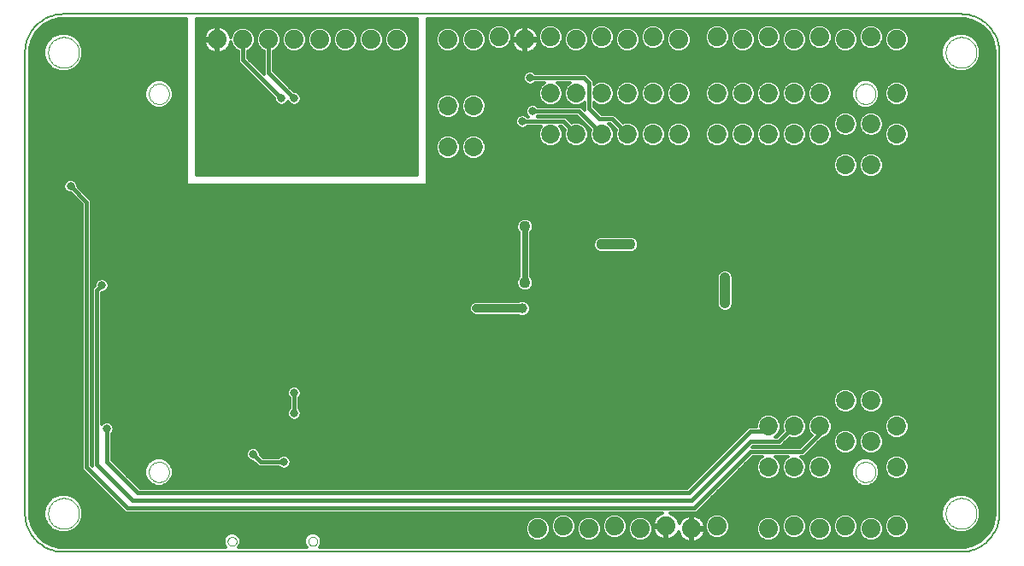
<source format=gbl>
G75*
%MOIN*%
%OFA0B0*%
%FSLAX24Y24*%
%IPPOS*%
%LPD*%
%AMOC8*
5,1,8,0,0,1.08239X$1,22.5*
%
%ADD10C,0.0050*%
%ADD11C,0.0000*%
%ADD12C,0.0740*%
%ADD13C,0.0436*%
%ADD14C,0.0240*%
%ADD15C,0.0330*%
%ADD16C,0.0320*%
%ADD17C,0.0397*%
%ADD18C,0.0120*%
%ADD19C,0.0160*%
%ADD20C,0.0730*%
%ADD21C,0.0400*%
D10*
X016260Y007643D02*
X016260Y025643D01*
X016262Y025719D01*
X016268Y025795D01*
X016277Y025870D01*
X016291Y025945D01*
X016308Y026019D01*
X016329Y026092D01*
X016353Y026164D01*
X016382Y026235D01*
X016413Y026304D01*
X016448Y026371D01*
X016487Y026436D01*
X016529Y026500D01*
X016574Y026561D01*
X016622Y026620D01*
X016673Y026676D01*
X016727Y026730D01*
X016783Y026781D01*
X016842Y026829D01*
X016903Y026874D01*
X016967Y026916D01*
X017032Y026955D01*
X017099Y026990D01*
X017168Y027021D01*
X017239Y027050D01*
X017311Y027074D01*
X017384Y027095D01*
X017458Y027112D01*
X017533Y027126D01*
X017608Y027135D01*
X017684Y027141D01*
X017760Y027143D01*
X052760Y027143D01*
X052836Y027141D01*
X052912Y027135D01*
X052987Y027126D01*
X053062Y027112D01*
X053136Y027095D01*
X053209Y027074D01*
X053281Y027050D01*
X053352Y027021D01*
X053421Y026990D01*
X053488Y026955D01*
X053553Y026916D01*
X053617Y026874D01*
X053678Y026829D01*
X053737Y026781D01*
X053793Y026730D01*
X053847Y026676D01*
X053898Y026620D01*
X053946Y026561D01*
X053991Y026500D01*
X054033Y026436D01*
X054072Y026371D01*
X054107Y026304D01*
X054138Y026235D01*
X054167Y026164D01*
X054191Y026092D01*
X054212Y026019D01*
X054229Y025945D01*
X054243Y025870D01*
X054252Y025795D01*
X054258Y025719D01*
X054260Y025643D01*
X054260Y007643D01*
X054258Y007567D01*
X054252Y007491D01*
X054243Y007416D01*
X054229Y007341D01*
X054212Y007267D01*
X054191Y007194D01*
X054167Y007122D01*
X054138Y007051D01*
X054107Y006982D01*
X054072Y006915D01*
X054033Y006850D01*
X053991Y006786D01*
X053946Y006725D01*
X053898Y006666D01*
X053847Y006610D01*
X053793Y006556D01*
X053737Y006505D01*
X053678Y006457D01*
X053617Y006412D01*
X053553Y006370D01*
X053488Y006331D01*
X053421Y006296D01*
X053352Y006265D01*
X053281Y006236D01*
X053209Y006212D01*
X053136Y006191D01*
X053062Y006174D01*
X052987Y006160D01*
X052912Y006151D01*
X052836Y006145D01*
X052760Y006143D01*
X017760Y006143D01*
X017684Y006145D01*
X017608Y006151D01*
X017533Y006160D01*
X017458Y006174D01*
X017384Y006191D01*
X017311Y006212D01*
X017239Y006236D01*
X017168Y006265D01*
X017099Y006296D01*
X017032Y006331D01*
X016967Y006370D01*
X016903Y006412D01*
X016842Y006457D01*
X016783Y006505D01*
X016727Y006556D01*
X016673Y006610D01*
X016622Y006666D01*
X016574Y006725D01*
X016529Y006786D01*
X016487Y006850D01*
X016448Y006915D01*
X016413Y006982D01*
X016382Y007051D01*
X016353Y007122D01*
X016329Y007194D01*
X016308Y007267D01*
X016291Y007341D01*
X016277Y007416D01*
X016268Y007491D01*
X016262Y007567D01*
X016260Y007643D01*
D11*
X017160Y007643D02*
X017162Y007692D01*
X017168Y007740D01*
X017178Y007788D01*
X017192Y007835D01*
X017209Y007881D01*
X017230Y007925D01*
X017255Y007967D01*
X017283Y008007D01*
X017315Y008045D01*
X017349Y008080D01*
X017386Y008112D01*
X017425Y008141D01*
X017467Y008167D01*
X017511Y008189D01*
X017556Y008207D01*
X017603Y008222D01*
X017650Y008233D01*
X017699Y008240D01*
X017748Y008243D01*
X017797Y008242D01*
X017845Y008237D01*
X017894Y008228D01*
X017941Y008215D01*
X017987Y008198D01*
X018031Y008178D01*
X018074Y008154D01*
X018115Y008127D01*
X018153Y008096D01*
X018189Y008063D01*
X018221Y008027D01*
X018251Y007988D01*
X018278Y007947D01*
X018301Y007903D01*
X018320Y007858D01*
X018336Y007812D01*
X018348Y007765D01*
X018356Y007716D01*
X018360Y007667D01*
X018360Y007619D01*
X018356Y007570D01*
X018348Y007521D01*
X018336Y007474D01*
X018320Y007428D01*
X018301Y007383D01*
X018278Y007339D01*
X018251Y007298D01*
X018221Y007259D01*
X018189Y007223D01*
X018153Y007190D01*
X018115Y007159D01*
X018074Y007132D01*
X018031Y007108D01*
X017987Y007088D01*
X017941Y007071D01*
X017894Y007058D01*
X017845Y007049D01*
X017797Y007044D01*
X017748Y007043D01*
X017699Y007046D01*
X017650Y007053D01*
X017603Y007064D01*
X017556Y007079D01*
X017511Y007097D01*
X017467Y007119D01*
X017425Y007145D01*
X017386Y007174D01*
X017349Y007206D01*
X017315Y007241D01*
X017283Y007279D01*
X017255Y007319D01*
X017230Y007361D01*
X017209Y007405D01*
X017192Y007451D01*
X017178Y007498D01*
X017168Y007546D01*
X017162Y007594D01*
X017160Y007643D01*
X021086Y009261D02*
X021088Y009300D01*
X021094Y009339D01*
X021104Y009377D01*
X021117Y009414D01*
X021134Y009449D01*
X021154Y009483D01*
X021178Y009514D01*
X021205Y009543D01*
X021234Y009569D01*
X021266Y009592D01*
X021300Y009612D01*
X021336Y009628D01*
X021373Y009640D01*
X021412Y009649D01*
X021451Y009654D01*
X021490Y009655D01*
X021529Y009652D01*
X021568Y009645D01*
X021605Y009634D01*
X021642Y009620D01*
X021677Y009602D01*
X021710Y009581D01*
X021741Y009556D01*
X021769Y009529D01*
X021794Y009499D01*
X021816Y009466D01*
X021835Y009432D01*
X021850Y009396D01*
X021862Y009358D01*
X021870Y009320D01*
X021874Y009281D01*
X021874Y009241D01*
X021870Y009202D01*
X021862Y009164D01*
X021850Y009126D01*
X021835Y009090D01*
X021816Y009056D01*
X021794Y009023D01*
X021769Y008993D01*
X021741Y008966D01*
X021710Y008941D01*
X021677Y008920D01*
X021642Y008902D01*
X021605Y008888D01*
X021568Y008877D01*
X021529Y008870D01*
X021490Y008867D01*
X021451Y008868D01*
X021412Y008873D01*
X021373Y008882D01*
X021336Y008894D01*
X021300Y008910D01*
X021266Y008930D01*
X021234Y008953D01*
X021205Y008979D01*
X021178Y009008D01*
X021154Y009039D01*
X021134Y009073D01*
X021117Y009108D01*
X021104Y009145D01*
X021094Y009183D01*
X021088Y009222D01*
X021086Y009261D01*
X024161Y006552D02*
X024163Y006578D01*
X024169Y006604D01*
X024178Y006628D01*
X024191Y006651D01*
X024208Y006671D01*
X024227Y006689D01*
X024249Y006704D01*
X024272Y006715D01*
X024297Y006723D01*
X024323Y006727D01*
X024349Y006727D01*
X024375Y006723D01*
X024400Y006715D01*
X024424Y006704D01*
X024445Y006689D01*
X024464Y006671D01*
X024481Y006651D01*
X024494Y006628D01*
X024503Y006604D01*
X024509Y006578D01*
X024511Y006552D01*
X024509Y006526D01*
X024503Y006500D01*
X024494Y006476D01*
X024481Y006453D01*
X024464Y006433D01*
X024445Y006415D01*
X024423Y006400D01*
X024400Y006389D01*
X024375Y006381D01*
X024349Y006377D01*
X024323Y006377D01*
X024297Y006381D01*
X024272Y006389D01*
X024248Y006400D01*
X024227Y006415D01*
X024208Y006433D01*
X024191Y006453D01*
X024178Y006476D01*
X024169Y006500D01*
X024163Y006526D01*
X024161Y006552D01*
X027310Y006552D02*
X027312Y006578D01*
X027318Y006604D01*
X027327Y006628D01*
X027340Y006651D01*
X027357Y006671D01*
X027376Y006689D01*
X027398Y006704D01*
X027421Y006715D01*
X027446Y006723D01*
X027472Y006727D01*
X027498Y006727D01*
X027524Y006723D01*
X027549Y006715D01*
X027573Y006704D01*
X027594Y006689D01*
X027613Y006671D01*
X027630Y006651D01*
X027643Y006628D01*
X027652Y006604D01*
X027658Y006578D01*
X027660Y006552D01*
X027658Y006526D01*
X027652Y006500D01*
X027643Y006476D01*
X027630Y006453D01*
X027613Y006433D01*
X027594Y006415D01*
X027572Y006400D01*
X027549Y006389D01*
X027524Y006381D01*
X027498Y006377D01*
X027472Y006377D01*
X027446Y006381D01*
X027421Y006389D01*
X027397Y006400D01*
X027376Y006415D01*
X027357Y006433D01*
X027340Y006453D01*
X027327Y006476D01*
X027318Y006500D01*
X027312Y006526D01*
X027310Y006552D01*
X048645Y009261D02*
X048647Y009300D01*
X048653Y009339D01*
X048663Y009377D01*
X048676Y009414D01*
X048693Y009449D01*
X048713Y009483D01*
X048737Y009514D01*
X048764Y009543D01*
X048793Y009569D01*
X048825Y009592D01*
X048859Y009612D01*
X048895Y009628D01*
X048932Y009640D01*
X048971Y009649D01*
X049010Y009654D01*
X049049Y009655D01*
X049088Y009652D01*
X049127Y009645D01*
X049164Y009634D01*
X049201Y009620D01*
X049236Y009602D01*
X049269Y009581D01*
X049300Y009556D01*
X049328Y009529D01*
X049353Y009499D01*
X049375Y009466D01*
X049394Y009432D01*
X049409Y009396D01*
X049421Y009358D01*
X049429Y009320D01*
X049433Y009281D01*
X049433Y009241D01*
X049429Y009202D01*
X049421Y009164D01*
X049409Y009126D01*
X049394Y009090D01*
X049375Y009056D01*
X049353Y009023D01*
X049328Y008993D01*
X049300Y008966D01*
X049269Y008941D01*
X049236Y008920D01*
X049201Y008902D01*
X049164Y008888D01*
X049127Y008877D01*
X049088Y008870D01*
X049049Y008867D01*
X049010Y008868D01*
X048971Y008873D01*
X048932Y008882D01*
X048895Y008894D01*
X048859Y008910D01*
X048825Y008930D01*
X048793Y008953D01*
X048764Y008979D01*
X048737Y009008D01*
X048713Y009039D01*
X048693Y009073D01*
X048676Y009108D01*
X048663Y009145D01*
X048653Y009183D01*
X048647Y009222D01*
X048645Y009261D01*
X052160Y007643D02*
X052162Y007692D01*
X052168Y007740D01*
X052178Y007788D01*
X052192Y007835D01*
X052209Y007881D01*
X052230Y007925D01*
X052255Y007967D01*
X052283Y008007D01*
X052315Y008045D01*
X052349Y008080D01*
X052386Y008112D01*
X052425Y008141D01*
X052467Y008167D01*
X052511Y008189D01*
X052556Y008207D01*
X052603Y008222D01*
X052650Y008233D01*
X052699Y008240D01*
X052748Y008243D01*
X052797Y008242D01*
X052845Y008237D01*
X052894Y008228D01*
X052941Y008215D01*
X052987Y008198D01*
X053031Y008178D01*
X053074Y008154D01*
X053115Y008127D01*
X053153Y008096D01*
X053189Y008063D01*
X053221Y008027D01*
X053251Y007988D01*
X053278Y007947D01*
X053301Y007903D01*
X053320Y007858D01*
X053336Y007812D01*
X053348Y007765D01*
X053356Y007716D01*
X053360Y007667D01*
X053360Y007619D01*
X053356Y007570D01*
X053348Y007521D01*
X053336Y007474D01*
X053320Y007428D01*
X053301Y007383D01*
X053278Y007339D01*
X053251Y007298D01*
X053221Y007259D01*
X053189Y007223D01*
X053153Y007190D01*
X053115Y007159D01*
X053074Y007132D01*
X053031Y007108D01*
X052987Y007088D01*
X052941Y007071D01*
X052894Y007058D01*
X052845Y007049D01*
X052797Y007044D01*
X052748Y007043D01*
X052699Y007046D01*
X052650Y007053D01*
X052603Y007064D01*
X052556Y007079D01*
X052511Y007097D01*
X052467Y007119D01*
X052425Y007145D01*
X052386Y007174D01*
X052349Y007206D01*
X052315Y007241D01*
X052283Y007279D01*
X052255Y007319D01*
X052230Y007361D01*
X052209Y007405D01*
X052192Y007451D01*
X052178Y007498D01*
X052168Y007546D01*
X052162Y007594D01*
X052160Y007643D01*
X048645Y024025D02*
X048647Y024064D01*
X048653Y024103D01*
X048663Y024141D01*
X048676Y024178D01*
X048693Y024213D01*
X048713Y024247D01*
X048737Y024278D01*
X048764Y024307D01*
X048793Y024333D01*
X048825Y024356D01*
X048859Y024376D01*
X048895Y024392D01*
X048932Y024404D01*
X048971Y024413D01*
X049010Y024418D01*
X049049Y024419D01*
X049088Y024416D01*
X049127Y024409D01*
X049164Y024398D01*
X049201Y024384D01*
X049236Y024366D01*
X049269Y024345D01*
X049300Y024320D01*
X049328Y024293D01*
X049353Y024263D01*
X049375Y024230D01*
X049394Y024196D01*
X049409Y024160D01*
X049421Y024122D01*
X049429Y024084D01*
X049433Y024045D01*
X049433Y024005D01*
X049429Y023966D01*
X049421Y023928D01*
X049409Y023890D01*
X049394Y023854D01*
X049375Y023820D01*
X049353Y023787D01*
X049328Y023757D01*
X049300Y023730D01*
X049269Y023705D01*
X049236Y023684D01*
X049201Y023666D01*
X049164Y023652D01*
X049127Y023641D01*
X049088Y023634D01*
X049049Y023631D01*
X049010Y023632D01*
X048971Y023637D01*
X048932Y023646D01*
X048895Y023658D01*
X048859Y023674D01*
X048825Y023694D01*
X048793Y023717D01*
X048764Y023743D01*
X048737Y023772D01*
X048713Y023803D01*
X048693Y023837D01*
X048676Y023872D01*
X048663Y023909D01*
X048653Y023947D01*
X048647Y023986D01*
X048645Y024025D01*
X052160Y025643D02*
X052162Y025692D01*
X052168Y025740D01*
X052178Y025788D01*
X052192Y025835D01*
X052209Y025881D01*
X052230Y025925D01*
X052255Y025967D01*
X052283Y026007D01*
X052315Y026045D01*
X052349Y026080D01*
X052386Y026112D01*
X052425Y026141D01*
X052467Y026167D01*
X052511Y026189D01*
X052556Y026207D01*
X052603Y026222D01*
X052650Y026233D01*
X052699Y026240D01*
X052748Y026243D01*
X052797Y026242D01*
X052845Y026237D01*
X052894Y026228D01*
X052941Y026215D01*
X052987Y026198D01*
X053031Y026178D01*
X053074Y026154D01*
X053115Y026127D01*
X053153Y026096D01*
X053189Y026063D01*
X053221Y026027D01*
X053251Y025988D01*
X053278Y025947D01*
X053301Y025903D01*
X053320Y025858D01*
X053336Y025812D01*
X053348Y025765D01*
X053356Y025716D01*
X053360Y025667D01*
X053360Y025619D01*
X053356Y025570D01*
X053348Y025521D01*
X053336Y025474D01*
X053320Y025428D01*
X053301Y025383D01*
X053278Y025339D01*
X053251Y025298D01*
X053221Y025259D01*
X053189Y025223D01*
X053153Y025190D01*
X053115Y025159D01*
X053074Y025132D01*
X053031Y025108D01*
X052987Y025088D01*
X052941Y025071D01*
X052894Y025058D01*
X052845Y025049D01*
X052797Y025044D01*
X052748Y025043D01*
X052699Y025046D01*
X052650Y025053D01*
X052603Y025064D01*
X052556Y025079D01*
X052511Y025097D01*
X052467Y025119D01*
X052425Y025145D01*
X052386Y025174D01*
X052349Y025206D01*
X052315Y025241D01*
X052283Y025279D01*
X052255Y025319D01*
X052230Y025361D01*
X052209Y025405D01*
X052192Y025451D01*
X052178Y025498D01*
X052168Y025546D01*
X052162Y025594D01*
X052160Y025643D01*
X021086Y024025D02*
X021088Y024064D01*
X021094Y024103D01*
X021104Y024141D01*
X021117Y024178D01*
X021134Y024213D01*
X021154Y024247D01*
X021178Y024278D01*
X021205Y024307D01*
X021234Y024333D01*
X021266Y024356D01*
X021300Y024376D01*
X021336Y024392D01*
X021373Y024404D01*
X021412Y024413D01*
X021451Y024418D01*
X021490Y024419D01*
X021529Y024416D01*
X021568Y024409D01*
X021605Y024398D01*
X021642Y024384D01*
X021677Y024366D01*
X021710Y024345D01*
X021741Y024320D01*
X021769Y024293D01*
X021794Y024263D01*
X021816Y024230D01*
X021835Y024196D01*
X021850Y024160D01*
X021862Y024122D01*
X021870Y024084D01*
X021874Y024045D01*
X021874Y024005D01*
X021870Y023966D01*
X021862Y023928D01*
X021850Y023890D01*
X021835Y023854D01*
X021816Y023820D01*
X021794Y023787D01*
X021769Y023757D01*
X021741Y023730D01*
X021710Y023705D01*
X021677Y023684D01*
X021642Y023666D01*
X021605Y023652D01*
X021568Y023641D01*
X021529Y023634D01*
X021490Y023631D01*
X021451Y023632D01*
X021412Y023637D01*
X021373Y023646D01*
X021336Y023658D01*
X021300Y023674D01*
X021266Y023694D01*
X021234Y023717D01*
X021205Y023743D01*
X021178Y023772D01*
X021154Y023803D01*
X021134Y023837D01*
X021117Y023872D01*
X021104Y023909D01*
X021094Y023947D01*
X021088Y023986D01*
X021086Y024025D01*
X017160Y025643D02*
X017162Y025692D01*
X017168Y025740D01*
X017178Y025788D01*
X017192Y025835D01*
X017209Y025881D01*
X017230Y025925D01*
X017255Y025967D01*
X017283Y026007D01*
X017315Y026045D01*
X017349Y026080D01*
X017386Y026112D01*
X017425Y026141D01*
X017467Y026167D01*
X017511Y026189D01*
X017556Y026207D01*
X017603Y026222D01*
X017650Y026233D01*
X017699Y026240D01*
X017748Y026243D01*
X017797Y026242D01*
X017845Y026237D01*
X017894Y026228D01*
X017941Y026215D01*
X017987Y026198D01*
X018031Y026178D01*
X018074Y026154D01*
X018115Y026127D01*
X018153Y026096D01*
X018189Y026063D01*
X018221Y026027D01*
X018251Y025988D01*
X018278Y025947D01*
X018301Y025903D01*
X018320Y025858D01*
X018336Y025812D01*
X018348Y025765D01*
X018356Y025716D01*
X018360Y025667D01*
X018360Y025619D01*
X018356Y025570D01*
X018348Y025521D01*
X018336Y025474D01*
X018320Y025428D01*
X018301Y025383D01*
X018278Y025339D01*
X018251Y025298D01*
X018221Y025259D01*
X018189Y025223D01*
X018153Y025190D01*
X018115Y025159D01*
X018074Y025132D01*
X018031Y025108D01*
X017987Y025088D01*
X017941Y025071D01*
X017894Y025058D01*
X017845Y025049D01*
X017797Y025044D01*
X017748Y025043D01*
X017699Y025046D01*
X017650Y025053D01*
X017603Y025064D01*
X017556Y025079D01*
X017511Y025097D01*
X017467Y025119D01*
X017425Y025145D01*
X017386Y025174D01*
X017349Y025206D01*
X017315Y025241D01*
X017283Y025279D01*
X017255Y025319D01*
X017230Y025361D01*
X017209Y025405D01*
X017192Y025451D01*
X017178Y025498D01*
X017168Y025546D01*
X017162Y025594D01*
X017160Y025643D01*
D12*
X023760Y026143D03*
X024760Y026143D03*
X025760Y026143D03*
X026760Y026143D03*
X027760Y026143D03*
X028760Y026143D03*
X029760Y026143D03*
X030760Y026143D03*
X032760Y026143D03*
X033760Y026143D03*
X034760Y026243D03*
X035760Y026143D03*
X036760Y026243D03*
X037760Y026143D03*
X038760Y026243D03*
X039760Y026143D03*
X040760Y026243D03*
X041760Y026143D03*
X043260Y026243D03*
X044260Y026143D03*
X045260Y026243D03*
X046260Y026143D03*
X047260Y026243D03*
X048260Y026143D03*
X049260Y026243D03*
X050260Y026143D03*
X050260Y007143D03*
X049260Y007043D03*
X048260Y007143D03*
X047260Y007043D03*
X046260Y007143D03*
X045260Y007043D03*
X043260Y007143D03*
X042260Y007043D03*
X041260Y007143D03*
X040260Y007043D03*
X039260Y007143D03*
X038260Y007043D03*
X037260Y007143D03*
X036260Y007043D03*
D13*
X035760Y016643D03*
X038760Y018143D03*
X039860Y018143D03*
X035760Y018843D03*
D14*
X035760Y016643D01*
D15*
X036260Y016043D03*
X035060Y016043D03*
X033860Y015643D03*
X031860Y015143D03*
X030860Y013943D03*
X032860Y013643D03*
X034360Y013743D03*
X036560Y013943D03*
X036960Y013043D03*
X033660Y012043D03*
X032260Y011243D03*
X029060Y011943D03*
X026760Y011543D03*
X026760Y012343D03*
X025760Y013743D03*
X027160Y014243D03*
X025560Y015643D03*
X027360Y015943D03*
X027760Y017743D03*
X025560Y017943D03*
X025560Y019743D03*
X027660Y019743D03*
X028260Y021243D03*
X028660Y022143D03*
X027360Y022143D03*
X025160Y021843D03*
X022160Y021143D03*
X018035Y020418D03*
X017960Y021543D03*
X018260Y024543D03*
X021360Y025543D03*
X023360Y025343D03*
X025260Y025643D03*
X026760Y024743D03*
X027360Y025343D03*
X028560Y025443D03*
X029160Y024743D03*
X031160Y025043D03*
X032260Y024943D03*
X033260Y024943D03*
X034760Y024943D03*
X035960Y024643D03*
X037360Y025043D03*
X038360Y024943D03*
X039360Y024943D03*
X040360Y024843D03*
X041260Y024843D03*
X042560Y024743D03*
X043760Y024743D03*
X044760Y024743D03*
X045760Y024743D03*
X046760Y024743D03*
X047760Y024743D03*
X048860Y024843D03*
X049860Y024943D03*
X051060Y024643D03*
X053360Y024343D03*
X052860Y022443D03*
X050160Y021143D03*
X049060Y019943D03*
X049560Y018843D03*
X053060Y019843D03*
X047260Y021643D03*
X045460Y021243D03*
X043260Y020643D03*
X041760Y020443D03*
X045360Y018243D03*
X042960Y017943D03*
X040360Y016443D03*
X039760Y015543D03*
X037860Y015443D03*
X040360Y013743D03*
X041460Y013543D03*
X042360Y015643D03*
X045060Y014143D03*
X046460Y012943D03*
X049060Y013943D03*
X050860Y012443D03*
X052960Y014743D03*
X050860Y016143D03*
X048560Y016243D03*
X043460Y011043D03*
X039660Y011043D03*
X036260Y010643D03*
X041760Y008843D03*
X044460Y007943D03*
X045860Y008443D03*
X046860Y008343D03*
X047860Y008243D03*
X048860Y008243D03*
X051360Y008943D03*
X053160Y009243D03*
X051960Y006843D03*
X044260Y006743D03*
X034960Y006843D03*
X031060Y006743D03*
X025960Y006843D03*
X026060Y008843D03*
X026360Y009643D03*
X025160Y009943D03*
X022360Y008943D03*
X019360Y007343D03*
X022160Y006743D03*
X017560Y009343D03*
X019460Y010943D03*
X021560Y010943D03*
X023660Y011843D03*
X021860Y013743D03*
X021360Y015143D03*
X021960Y016643D03*
X019260Y016543D03*
X018060Y018043D03*
X018060Y013643D03*
X031360Y016643D03*
X031660Y019243D03*
X032860Y020743D03*
X034660Y022643D03*
X035660Y022943D03*
X036060Y023343D03*
X037560Y021243D03*
X035860Y020143D03*
X031160Y023043D03*
X026760Y023843D03*
X026260Y023843D03*
X024660Y023843D03*
D16*
X033860Y015643D02*
X035660Y015643D01*
D17*
X035660Y015643D03*
X043560Y015843D03*
X043560Y016843D03*
D18*
X043796Y017045D02*
X054075Y017045D01*
X054075Y016927D02*
X043860Y016927D01*
X043870Y016905D02*
X043822Y017019D01*
X043735Y017106D01*
X043621Y017153D01*
X043498Y017153D01*
X043384Y017106D01*
X043297Y017019D01*
X043250Y016905D01*
X043250Y015782D01*
X043297Y015668D01*
X043384Y015581D01*
X043498Y015533D01*
X043621Y015533D01*
X043735Y015581D01*
X043822Y015668D01*
X043870Y015782D01*
X043870Y016905D01*
X043870Y016808D02*
X054075Y016808D01*
X054075Y016690D02*
X043870Y016690D01*
X043870Y016571D02*
X054075Y016571D01*
X054075Y016453D02*
X043870Y016453D01*
X043870Y016334D02*
X054075Y016334D01*
X054075Y016216D02*
X043870Y016216D01*
X043870Y016097D02*
X054075Y016097D01*
X054075Y015979D02*
X043870Y015979D01*
X043870Y015860D02*
X054075Y015860D01*
X054075Y015742D02*
X043853Y015742D01*
X043778Y015623D02*
X054075Y015623D01*
X054075Y015505D02*
X035936Y015505D01*
X035921Y015469D02*
X035968Y015582D01*
X035968Y015705D01*
X035921Y015818D01*
X035834Y015905D01*
X035721Y015952D01*
X035598Y015952D01*
X035505Y015913D01*
X033926Y015913D01*
X033914Y015918D01*
X033805Y015918D01*
X033704Y015876D01*
X033626Y015799D01*
X033585Y015698D01*
X033585Y015589D01*
X033626Y015488D01*
X033704Y015410D01*
X033805Y015368D01*
X033914Y015368D01*
X033926Y015373D01*
X035505Y015373D01*
X035598Y015335D01*
X035721Y015335D01*
X035834Y015382D01*
X035921Y015469D01*
X035839Y015386D02*
X054075Y015386D01*
X054075Y015268D02*
X019250Y015268D01*
X019250Y015386D02*
X033761Y015386D01*
X033619Y015505D02*
X019250Y015505D01*
X019250Y015623D02*
X033585Y015623D01*
X033603Y015742D02*
X019250Y015742D01*
X019250Y015860D02*
X033688Y015860D01*
X035431Y016578D02*
X035431Y016709D01*
X035481Y016829D01*
X035530Y016877D01*
X035530Y018609D01*
X035481Y018657D01*
X035431Y018778D01*
X035431Y018909D01*
X035481Y019029D01*
X035574Y019121D01*
X035694Y019171D01*
X035825Y019171D01*
X035945Y019121D01*
X036038Y019029D01*
X036088Y018909D01*
X036088Y018778D01*
X036038Y018657D01*
X035990Y018609D01*
X035990Y016877D01*
X036038Y016829D01*
X036088Y016709D01*
X036088Y016578D01*
X036038Y016457D01*
X035945Y016365D01*
X035825Y016315D01*
X035694Y016315D01*
X035574Y016365D01*
X035481Y016457D01*
X035431Y016578D01*
X035434Y016571D02*
X019535Y016571D01*
X019535Y016598D02*
X019493Y016699D01*
X019415Y016776D01*
X019314Y016818D01*
X019205Y016818D01*
X019104Y016776D01*
X019026Y016699D01*
X018985Y016598D01*
X018985Y016537D01*
X018870Y016422D01*
X018870Y009502D01*
X018850Y009522D01*
X018850Y019872D01*
X018310Y020412D01*
X018310Y020473D01*
X018268Y020574D01*
X018190Y020651D01*
X018089Y020693D01*
X017980Y020693D01*
X017879Y020651D01*
X017801Y020574D01*
X017760Y020473D01*
X017760Y020364D01*
X017801Y020263D01*
X017879Y020185D01*
X017980Y020143D01*
X018041Y020143D01*
X018470Y019715D01*
X018470Y009365D01*
X018581Y009253D01*
X020181Y007653D01*
X041114Y007653D01*
X041056Y007634D01*
X040982Y007597D01*
X040914Y007548D01*
X040855Y007489D01*
X040806Y007421D01*
X040768Y007347D01*
X040743Y007267D01*
X040730Y007185D01*
X040730Y007183D01*
X041220Y007183D01*
X041220Y007103D01*
X041300Y007103D01*
X041300Y006613D01*
X041301Y006613D01*
X041384Y006626D01*
X041463Y006652D01*
X041537Y006690D01*
X041605Y006739D01*
X041664Y006798D01*
X041713Y006866D01*
X041742Y006923D01*
X041743Y006919D01*
X041768Y006840D01*
X041806Y006766D01*
X041855Y006698D01*
X041914Y006639D01*
X041982Y006590D01*
X042056Y006552D01*
X042135Y006526D01*
X042218Y006513D01*
X042220Y006513D01*
X042220Y007003D01*
X042300Y007003D01*
X042300Y007083D01*
X042780Y007083D01*
X042780Y007048D01*
X042853Y006871D01*
X042988Y006736D01*
X043164Y006663D01*
X043355Y006663D01*
X043531Y006736D01*
X043666Y006871D01*
X043740Y007048D01*
X043740Y007239D01*
X043666Y007415D01*
X043531Y007550D01*
X043355Y007623D01*
X043164Y007623D01*
X042988Y007550D01*
X042853Y007415D01*
X042780Y007239D01*
X042780Y007148D01*
X042776Y007167D01*
X042751Y007247D01*
X042713Y007321D01*
X042664Y007389D01*
X042605Y007448D01*
X042537Y007497D01*
X042463Y007534D01*
X042384Y007560D01*
X042301Y007573D01*
X042300Y007573D01*
X042300Y007083D01*
X042220Y007083D01*
X042220Y007573D01*
X042218Y007573D01*
X042135Y007560D01*
X042056Y007534D01*
X041982Y007497D01*
X041914Y007448D01*
X041855Y007389D01*
X041806Y007321D01*
X041777Y007264D01*
X041776Y007267D01*
X041751Y007347D01*
X041713Y007421D01*
X041664Y007489D01*
X041605Y007548D01*
X041537Y007597D01*
X041463Y007634D01*
X041405Y007653D01*
X042438Y007653D01*
X042550Y007765D01*
X044638Y009853D01*
X045008Y009853D01*
X044990Y009846D01*
X044857Y009712D01*
X044785Y009538D01*
X044785Y009349D01*
X044857Y009174D01*
X044990Y009041D01*
X045165Y008968D01*
X045354Y008968D01*
X045529Y009041D01*
X045662Y009174D01*
X045735Y009349D01*
X045735Y009538D01*
X045662Y009712D01*
X045529Y009846D01*
X045511Y009853D01*
X046008Y009853D01*
X045990Y009846D01*
X045857Y009712D01*
X045785Y009538D01*
X045785Y009349D01*
X045857Y009174D01*
X045990Y009041D01*
X046165Y008968D01*
X046354Y008968D01*
X046529Y009041D01*
X046662Y009174D01*
X046735Y009349D01*
X046735Y009538D01*
X046662Y009712D01*
X046529Y009846D01*
X046511Y009853D01*
X046638Y009853D01*
X046750Y009965D01*
X047353Y010568D01*
X047354Y010568D01*
X047529Y010641D01*
X047662Y010774D01*
X047735Y010949D01*
X047735Y011138D01*
X047662Y011312D01*
X047529Y011446D01*
X047354Y011518D01*
X047165Y011518D01*
X046990Y011446D01*
X046857Y011312D01*
X046785Y011138D01*
X046785Y010949D01*
X046857Y010774D01*
X046939Y010692D01*
X046481Y010233D01*
X044618Y010233D01*
X044638Y010253D01*
X045738Y010253D01*
X045850Y010365D01*
X046086Y010601D01*
X046165Y010568D01*
X046354Y010568D01*
X046529Y010641D01*
X046662Y010774D01*
X046735Y010949D01*
X046735Y011138D01*
X046662Y011312D01*
X046529Y011446D01*
X046354Y011518D01*
X046165Y011518D01*
X045990Y011446D01*
X045857Y011312D01*
X045785Y011138D01*
X045785Y010949D01*
X045817Y010870D01*
X045581Y010633D01*
X045511Y010633D01*
X045529Y010641D01*
X045662Y010774D01*
X045735Y010949D01*
X045735Y011138D01*
X045662Y011312D01*
X045529Y011446D01*
X045354Y011518D01*
X045165Y011518D01*
X044990Y011446D01*
X044857Y011312D01*
X044785Y011138D01*
X044785Y011033D01*
X044481Y011033D01*
X042081Y008633D01*
X020738Y008633D01*
X019650Y009722D01*
X019650Y010744D01*
X019693Y010788D01*
X019735Y010889D01*
X019735Y010998D01*
X019693Y011099D01*
X019615Y011176D01*
X019514Y011218D01*
X019405Y011218D01*
X019304Y011176D01*
X019250Y011122D01*
X019250Y016265D01*
X019253Y016268D01*
X019314Y016268D01*
X019415Y016310D01*
X019493Y016388D01*
X019535Y016489D01*
X019535Y016598D01*
X019496Y016690D02*
X035431Y016690D01*
X035473Y016808D02*
X019338Y016808D01*
X019181Y016808D02*
X018850Y016808D01*
X018850Y016690D02*
X019023Y016690D01*
X018985Y016571D02*
X018850Y016571D01*
X018850Y016453D02*
X018900Y016453D01*
X018870Y016334D02*
X018850Y016334D01*
X018850Y016216D02*
X018870Y016216D01*
X018870Y016097D02*
X018850Y016097D01*
X018850Y015979D02*
X018870Y015979D01*
X018870Y015860D02*
X018850Y015860D01*
X018850Y015742D02*
X018870Y015742D01*
X018870Y015623D02*
X018850Y015623D01*
X018850Y015505D02*
X018870Y015505D01*
X018870Y015386D02*
X018850Y015386D01*
X018850Y015268D02*
X018870Y015268D01*
X018870Y015149D02*
X018850Y015149D01*
X018850Y015031D02*
X018870Y015031D01*
X018870Y014912D02*
X018850Y014912D01*
X018850Y014794D02*
X018870Y014794D01*
X018870Y014675D02*
X018850Y014675D01*
X018850Y014557D02*
X018870Y014557D01*
X018870Y014438D02*
X018850Y014438D01*
X018850Y014320D02*
X018870Y014320D01*
X018870Y014201D02*
X018850Y014201D01*
X018850Y014083D02*
X018870Y014083D01*
X018870Y013964D02*
X018850Y013964D01*
X018850Y013846D02*
X018870Y013846D01*
X018870Y013727D02*
X018850Y013727D01*
X018850Y013609D02*
X018870Y013609D01*
X018870Y013490D02*
X018850Y013490D01*
X018850Y013372D02*
X018870Y013372D01*
X018870Y013253D02*
X018850Y013253D01*
X018850Y013135D02*
X018870Y013135D01*
X018870Y013016D02*
X018850Y013016D01*
X018850Y012898D02*
X018870Y012898D01*
X018870Y012779D02*
X018850Y012779D01*
X018850Y012661D02*
X018870Y012661D01*
X018870Y012542D02*
X018850Y012542D01*
X018850Y012424D02*
X018870Y012424D01*
X018870Y012305D02*
X018850Y012305D01*
X018850Y012187D02*
X018870Y012187D01*
X018870Y012068D02*
X018850Y012068D01*
X018850Y011950D02*
X018870Y011950D01*
X018870Y011831D02*
X018850Y011831D01*
X018850Y011713D02*
X018870Y011713D01*
X018870Y011594D02*
X018850Y011594D01*
X018850Y011476D02*
X018870Y011476D01*
X018870Y011357D02*
X018850Y011357D01*
X018850Y011239D02*
X018870Y011239D01*
X018870Y011120D02*
X018850Y011120D01*
X018850Y011002D02*
X018870Y011002D01*
X018870Y010883D02*
X018850Y010883D01*
X018850Y010765D02*
X018870Y010765D01*
X018870Y010646D02*
X018850Y010646D01*
X018850Y010528D02*
X018870Y010528D01*
X018870Y010409D02*
X018850Y010409D01*
X018850Y010291D02*
X018870Y010291D01*
X018870Y010172D02*
X018850Y010172D01*
X018850Y010054D02*
X018870Y010054D01*
X018870Y009935D02*
X018850Y009935D01*
X018850Y009817D02*
X018870Y009817D01*
X018870Y009698D02*
X018850Y009698D01*
X018850Y009580D02*
X018870Y009580D01*
X018470Y009580D02*
X016445Y009580D01*
X016445Y009698D02*
X018470Y009698D01*
X018470Y009817D02*
X016445Y009817D01*
X016445Y009935D02*
X018470Y009935D01*
X018470Y010054D02*
X016445Y010054D01*
X016445Y010172D02*
X018470Y010172D01*
X018470Y010291D02*
X016445Y010291D01*
X016445Y010409D02*
X018470Y010409D01*
X018470Y010528D02*
X016445Y010528D01*
X016445Y010646D02*
X018470Y010646D01*
X018470Y010765D02*
X016445Y010765D01*
X016445Y010883D02*
X018470Y010883D01*
X018470Y011002D02*
X016445Y011002D01*
X016445Y011120D02*
X018470Y011120D01*
X018470Y011239D02*
X016445Y011239D01*
X016445Y011357D02*
X018470Y011357D01*
X018470Y011476D02*
X016445Y011476D01*
X016445Y011594D02*
X018470Y011594D01*
X018470Y011713D02*
X016445Y011713D01*
X016445Y011831D02*
X018470Y011831D01*
X018470Y011950D02*
X016445Y011950D01*
X016445Y012068D02*
X018470Y012068D01*
X018470Y012187D02*
X016445Y012187D01*
X016445Y012305D02*
X018470Y012305D01*
X018470Y012424D02*
X016445Y012424D01*
X016445Y012542D02*
X018470Y012542D01*
X018470Y012661D02*
X016445Y012661D01*
X016445Y012779D02*
X018470Y012779D01*
X018470Y012898D02*
X016445Y012898D01*
X016445Y013016D02*
X018470Y013016D01*
X018470Y013135D02*
X016445Y013135D01*
X016445Y013253D02*
X018470Y013253D01*
X018470Y013372D02*
X016445Y013372D01*
X016445Y013490D02*
X018470Y013490D01*
X018470Y013609D02*
X016445Y013609D01*
X016445Y013727D02*
X018470Y013727D01*
X018470Y013846D02*
X016445Y013846D01*
X016445Y013964D02*
X018470Y013964D01*
X018470Y014083D02*
X016445Y014083D01*
X016445Y014201D02*
X018470Y014201D01*
X018470Y014320D02*
X016445Y014320D01*
X016445Y014438D02*
X018470Y014438D01*
X018470Y014557D02*
X016445Y014557D01*
X016445Y014675D02*
X018470Y014675D01*
X018470Y014794D02*
X016445Y014794D01*
X016445Y014912D02*
X018470Y014912D01*
X018470Y015031D02*
X016445Y015031D01*
X016445Y015149D02*
X018470Y015149D01*
X018470Y015268D02*
X016445Y015268D01*
X016445Y015386D02*
X018470Y015386D01*
X018470Y015505D02*
X016445Y015505D01*
X016445Y015623D02*
X018470Y015623D01*
X018470Y015742D02*
X016445Y015742D01*
X016445Y015860D02*
X018470Y015860D01*
X018470Y015979D02*
X016445Y015979D01*
X016445Y016097D02*
X018470Y016097D01*
X018470Y016216D02*
X016445Y016216D01*
X016445Y016334D02*
X018470Y016334D01*
X018470Y016453D02*
X016445Y016453D01*
X016445Y016571D02*
X018470Y016571D01*
X018470Y016690D02*
X016445Y016690D01*
X016445Y016808D02*
X018470Y016808D01*
X018470Y016927D02*
X016445Y016927D01*
X016445Y017045D02*
X018470Y017045D01*
X018470Y017164D02*
X016445Y017164D01*
X016445Y017282D02*
X018470Y017282D01*
X018470Y017401D02*
X016445Y017401D01*
X016445Y017519D02*
X018470Y017519D01*
X018470Y017638D02*
X016445Y017638D01*
X016445Y017756D02*
X018470Y017756D01*
X018470Y017875D02*
X016445Y017875D01*
X016445Y017993D02*
X018470Y017993D01*
X018470Y018112D02*
X016445Y018112D01*
X016445Y018230D02*
X018470Y018230D01*
X018470Y018349D02*
X016445Y018349D01*
X016445Y018467D02*
X018470Y018467D01*
X018470Y018586D02*
X016445Y018586D01*
X016445Y018704D02*
X018470Y018704D01*
X018470Y018823D02*
X016445Y018823D01*
X016445Y018941D02*
X018470Y018941D01*
X018470Y019060D02*
X016445Y019060D01*
X016445Y019178D02*
X018470Y019178D01*
X018470Y019297D02*
X016445Y019297D01*
X016445Y019415D02*
X018470Y019415D01*
X018470Y019534D02*
X016445Y019534D01*
X016445Y019652D02*
X018470Y019652D01*
X018413Y019771D02*
X016445Y019771D01*
X016445Y019889D02*
X018295Y019889D01*
X018176Y020008D02*
X016445Y020008D01*
X016445Y020126D02*
X018058Y020126D01*
X017819Y020245D02*
X016445Y020245D01*
X016445Y020363D02*
X017760Y020363D01*
X017763Y020482D02*
X016445Y020482D01*
X016445Y020600D02*
X017828Y020600D01*
X018241Y020600D02*
X022560Y020600D01*
X022560Y020482D02*
X018306Y020482D01*
X018358Y020363D02*
X054075Y020363D01*
X054075Y020245D02*
X018477Y020245D01*
X018595Y020126D02*
X054075Y020126D01*
X054075Y020008D02*
X018714Y020008D01*
X018832Y019889D02*
X054075Y019889D01*
X054075Y019771D02*
X018850Y019771D01*
X018850Y019652D02*
X054075Y019652D01*
X054075Y019534D02*
X018850Y019534D01*
X018850Y019415D02*
X054075Y019415D01*
X054075Y019297D02*
X018850Y019297D01*
X018850Y019178D02*
X054075Y019178D01*
X054075Y019060D02*
X036007Y019060D01*
X036074Y018941D02*
X054075Y018941D01*
X054075Y018823D02*
X036088Y018823D01*
X036057Y018704D02*
X054075Y018704D01*
X054075Y018586D02*
X035990Y018586D01*
X035990Y018467D02*
X038684Y018467D01*
X038694Y018471D02*
X038574Y018421D01*
X038481Y018329D01*
X038431Y018209D01*
X038431Y018078D01*
X038481Y017957D01*
X038574Y017865D01*
X038694Y017815D01*
X038825Y017815D01*
X038869Y017833D01*
X039751Y017833D01*
X039794Y017815D01*
X039925Y017815D01*
X040045Y017865D01*
X040138Y017957D01*
X040188Y018078D01*
X040188Y018209D01*
X040138Y018329D01*
X040045Y018421D01*
X039925Y018471D01*
X039794Y018471D01*
X039751Y018453D01*
X038869Y018453D01*
X038825Y018471D01*
X038694Y018471D01*
X038835Y018467D02*
X039784Y018467D01*
X039935Y018467D02*
X054075Y018467D01*
X054075Y018349D02*
X040118Y018349D01*
X040179Y018230D02*
X054075Y018230D01*
X054075Y018112D02*
X040188Y018112D01*
X040153Y017993D02*
X054075Y017993D01*
X054075Y017875D02*
X040055Y017875D01*
X038564Y017875D02*
X035990Y017875D01*
X035990Y017993D02*
X038466Y017993D01*
X038431Y018112D02*
X035990Y018112D01*
X035990Y018230D02*
X038440Y018230D01*
X038501Y018349D02*
X035990Y018349D01*
X035530Y018349D02*
X018850Y018349D01*
X018850Y018467D02*
X035530Y018467D01*
X035530Y018586D02*
X018850Y018586D01*
X018850Y018704D02*
X035462Y018704D01*
X035431Y018823D02*
X018850Y018823D01*
X018850Y018941D02*
X035445Y018941D01*
X035512Y019060D02*
X018850Y019060D01*
X018850Y018230D02*
X035530Y018230D01*
X035530Y018112D02*
X018850Y018112D01*
X018850Y017993D02*
X035530Y017993D01*
X035530Y017875D02*
X018850Y017875D01*
X018850Y017756D02*
X035530Y017756D01*
X035530Y017638D02*
X018850Y017638D01*
X018850Y017519D02*
X035530Y017519D01*
X035530Y017401D02*
X018850Y017401D01*
X018850Y017282D02*
X035530Y017282D01*
X035530Y017164D02*
X018850Y017164D01*
X018850Y017045D02*
X035530Y017045D01*
X035530Y016927D02*
X018850Y016927D01*
X019520Y016453D02*
X035486Y016453D01*
X035648Y016334D02*
X019439Y016334D01*
X019250Y016216D02*
X043250Y016216D01*
X043250Y016334D02*
X035871Y016334D01*
X036033Y016453D02*
X043250Y016453D01*
X043250Y016571D02*
X036085Y016571D01*
X036088Y016690D02*
X043250Y016690D01*
X043250Y016808D02*
X036046Y016808D01*
X035990Y016927D02*
X043259Y016927D01*
X043323Y017045D02*
X035990Y017045D01*
X035990Y017164D02*
X054075Y017164D01*
X054075Y017282D02*
X035990Y017282D01*
X035990Y017401D02*
X054075Y017401D01*
X054075Y017519D02*
X035990Y017519D01*
X035990Y017638D02*
X054075Y017638D01*
X054075Y017756D02*
X035990Y017756D01*
X035879Y015860D02*
X043250Y015860D01*
X043250Y015979D02*
X019250Y015979D01*
X019250Y016097D02*
X043250Y016097D01*
X043266Y015742D02*
X035953Y015742D01*
X035968Y015623D02*
X043341Y015623D01*
X047857Y012312D02*
X047990Y012446D01*
X048165Y012518D01*
X048354Y012518D01*
X048529Y012446D01*
X048662Y012312D01*
X048735Y012138D01*
X048735Y011949D01*
X048662Y011774D01*
X048529Y011641D01*
X048354Y011568D01*
X048165Y011568D01*
X047990Y011641D01*
X047857Y011774D01*
X047785Y011949D01*
X047785Y012138D01*
X047857Y012312D01*
X047854Y012305D02*
X027035Y012305D01*
X027035Y012289D02*
X027035Y012398D01*
X026993Y012499D01*
X026915Y012576D01*
X026814Y012618D01*
X026705Y012618D01*
X026604Y012576D01*
X026526Y012499D01*
X026485Y012398D01*
X026485Y012289D01*
X026526Y012188D01*
X026570Y012144D01*
X026570Y011742D01*
X026526Y011699D01*
X026485Y011598D01*
X026485Y011489D01*
X026526Y011388D01*
X026604Y011310D01*
X026705Y011268D01*
X026814Y011268D01*
X026915Y011310D01*
X026993Y011388D01*
X027035Y011489D01*
X027035Y011598D01*
X026993Y011699D01*
X026950Y011742D01*
X026950Y012144D01*
X026993Y012188D01*
X027035Y012289D01*
X026992Y012187D02*
X047805Y012187D01*
X047785Y012068D02*
X026950Y012068D01*
X026950Y011950D02*
X047785Y011950D01*
X047833Y011831D02*
X026950Y011831D01*
X026979Y011713D02*
X047918Y011713D01*
X048102Y011594D02*
X027035Y011594D01*
X027029Y011476D02*
X045062Y011476D01*
X044902Y011357D02*
X026962Y011357D01*
X026557Y011357D02*
X019250Y011357D01*
X019250Y011239D02*
X044826Y011239D01*
X044785Y011120D02*
X019671Y011120D01*
X019733Y011002D02*
X044449Y011002D01*
X044331Y010883D02*
X019732Y010883D01*
X019670Y010765D02*
X044212Y010765D01*
X044094Y010646D02*
X019650Y010646D01*
X019650Y010528D02*
X043975Y010528D01*
X043857Y010409D02*
X019650Y010409D01*
X019650Y010291D02*
X043738Y010291D01*
X043620Y010172D02*
X025319Y010172D01*
X025315Y010176D02*
X025214Y010218D01*
X025105Y010218D01*
X025004Y010176D01*
X024926Y010099D01*
X024885Y009998D01*
X024885Y009889D01*
X024926Y009788D01*
X025004Y009710D01*
X025105Y009668D01*
X025166Y009668D01*
X025381Y009453D01*
X026161Y009453D01*
X026204Y009410D01*
X026305Y009368D01*
X026414Y009368D01*
X026515Y009410D01*
X026593Y009488D01*
X026635Y009589D01*
X026635Y009698D01*
X026593Y009799D01*
X026515Y009876D01*
X026414Y009918D01*
X026305Y009918D01*
X026204Y009876D01*
X026161Y009833D01*
X025538Y009833D01*
X025435Y009937D01*
X025435Y009998D01*
X025393Y010099D01*
X025315Y010176D01*
X025411Y010054D02*
X043501Y010054D01*
X043383Y009935D02*
X025436Y009935D01*
X025254Y009580D02*
X021945Y009580D01*
X021949Y009575D02*
X021794Y009731D01*
X021590Y009815D01*
X021370Y009815D01*
X021166Y009731D01*
X021011Y009575D01*
X020926Y009372D01*
X020926Y009151D01*
X021011Y008948D01*
X021166Y008792D01*
X021370Y008708D01*
X021590Y008708D01*
X021794Y008792D01*
X021949Y008948D01*
X022034Y009151D01*
X022034Y009372D01*
X021949Y009575D01*
X021997Y009461D02*
X025373Y009461D01*
X025032Y009698D02*
X021826Y009698D01*
X021134Y009698D02*
X019673Y009698D01*
X019650Y009817D02*
X024914Y009817D01*
X024885Y009935D02*
X019650Y009935D01*
X019650Y010054D02*
X024908Y010054D01*
X025000Y010172D02*
X019650Y010172D01*
X019792Y009580D02*
X021015Y009580D01*
X020963Y009461D02*
X019910Y009461D01*
X020029Y009343D02*
X020926Y009343D01*
X020926Y009224D02*
X020147Y009224D01*
X020266Y009106D02*
X020945Y009106D01*
X020994Y008987D02*
X020384Y008987D01*
X020503Y008869D02*
X021090Y008869D01*
X021267Y008750D02*
X020621Y008750D01*
X021693Y008750D02*
X042198Y008750D01*
X042316Y008869D02*
X021870Y008869D01*
X021966Y008987D02*
X042435Y008987D01*
X042553Y009106D02*
X022015Y009106D01*
X022034Y009224D02*
X042672Y009224D01*
X042790Y009343D02*
X022034Y009343D01*
X019795Y008039D02*
X018418Y008039D01*
X018404Y008074D02*
X018190Y008288D01*
X017911Y008403D01*
X017608Y008403D01*
X017329Y008288D01*
X017115Y008074D01*
X017000Y007794D01*
X017000Y007492D01*
X017115Y007213D01*
X017329Y006999D01*
X017608Y006883D01*
X017911Y006883D01*
X018190Y006999D01*
X018404Y007213D01*
X018520Y007492D01*
X018520Y007794D01*
X018404Y008074D01*
X018320Y008158D02*
X019676Y008158D01*
X019558Y008276D02*
X018201Y008276D01*
X017931Y008395D02*
X019439Y008395D01*
X019321Y008513D02*
X016445Y008513D01*
X016445Y008395D02*
X017588Y008395D01*
X017318Y008276D02*
X016445Y008276D01*
X016445Y008158D02*
X017199Y008158D01*
X017101Y008039D02*
X016445Y008039D01*
X016445Y007921D02*
X017052Y007921D01*
X017003Y007802D02*
X016445Y007802D01*
X016445Y007684D02*
X017000Y007684D01*
X017000Y007565D02*
X016450Y007565D01*
X016445Y007643D02*
X016445Y025643D01*
X016456Y025815D01*
X016545Y026147D01*
X016716Y026444D01*
X016959Y026687D01*
X017256Y026858D01*
X017588Y026947D01*
X017760Y026958D01*
X022560Y026958D01*
X022560Y020443D01*
X031960Y020443D01*
X031960Y026958D01*
X052760Y026958D01*
X052931Y026947D01*
X053263Y026858D01*
X053560Y026687D01*
X053803Y026444D01*
X053974Y026147D01*
X054063Y025815D01*
X054075Y025643D01*
X054075Y007643D01*
X054063Y007472D01*
X053974Y007140D01*
X053803Y006843D01*
X053560Y006600D01*
X053263Y006428D01*
X052931Y006340D01*
X052760Y006328D01*
X027736Y006328D01*
X027769Y006362D01*
X027820Y006485D01*
X027820Y006619D01*
X027769Y006742D01*
X027675Y006836D01*
X027552Y006887D01*
X027419Y006887D01*
X027296Y006836D01*
X027201Y006742D01*
X027150Y006619D01*
X027150Y006485D01*
X027201Y006362D01*
X027235Y006328D01*
X024586Y006328D01*
X024620Y006362D01*
X024671Y006485D01*
X024671Y006619D01*
X024620Y006742D01*
X024526Y006836D01*
X024403Y006887D01*
X024269Y006887D01*
X024146Y006836D01*
X024052Y006742D01*
X024001Y006619D01*
X024001Y006485D01*
X024052Y006362D01*
X024086Y006328D01*
X017760Y006328D01*
X017588Y006340D01*
X017256Y006428D01*
X016959Y006600D01*
X016716Y006843D01*
X016545Y007140D01*
X016456Y007472D01*
X016445Y007643D01*
X016462Y007447D02*
X017018Y007447D01*
X017067Y007328D02*
X016494Y007328D01*
X016526Y007210D02*
X017118Y007210D01*
X017237Y007091D02*
X016573Y007091D01*
X016641Y006973D02*
X017392Y006973D01*
X017134Y006499D02*
X024001Y006499D01*
X024001Y006617D02*
X016942Y006617D01*
X016823Y006736D02*
X024049Y006736D01*
X024190Y006854D02*
X016710Y006854D01*
X017436Y006380D02*
X024044Y006380D01*
X024627Y006380D02*
X027194Y006380D01*
X027150Y006499D02*
X024671Y006499D01*
X024671Y006617D02*
X027150Y006617D01*
X027199Y006736D02*
X024622Y006736D01*
X024481Y006854D02*
X027340Y006854D01*
X027631Y006854D02*
X035818Y006854D01*
X035853Y006771D02*
X035988Y006636D01*
X036164Y006563D01*
X036355Y006563D01*
X036531Y006636D01*
X036666Y006771D01*
X036740Y006948D01*
X036740Y007139D01*
X036666Y007315D01*
X036531Y007450D01*
X036355Y007523D01*
X036164Y007523D01*
X035988Y007450D01*
X035853Y007315D01*
X035780Y007139D01*
X035780Y006948D01*
X035853Y006771D01*
X035888Y006736D02*
X027772Y006736D01*
X027820Y006617D02*
X036034Y006617D01*
X035780Y006973D02*
X018127Y006973D01*
X018282Y007091D02*
X035780Y007091D01*
X035809Y007210D02*
X018401Y007210D01*
X018452Y007328D02*
X035866Y007328D01*
X035984Y007447D02*
X018501Y007447D01*
X018520Y007565D02*
X037024Y007565D01*
X036988Y007550D02*
X037164Y007623D01*
X037355Y007623D01*
X037531Y007550D01*
X037666Y007415D01*
X037740Y007239D01*
X037740Y007048D01*
X037666Y006871D01*
X037531Y006736D01*
X037355Y006663D01*
X037164Y006663D01*
X036988Y006736D01*
X036853Y006871D01*
X036780Y007048D01*
X036780Y007239D01*
X036853Y007415D01*
X036988Y007550D01*
X036884Y007447D02*
X036535Y007447D01*
X036653Y007328D02*
X036817Y007328D01*
X036780Y007210D02*
X036710Y007210D01*
X036740Y007091D02*
X036780Y007091D01*
X036811Y006973D02*
X036740Y006973D01*
X036701Y006854D02*
X036870Y006854D01*
X036989Y006736D02*
X036631Y006736D01*
X036485Y006617D02*
X038034Y006617D01*
X037988Y006636D02*
X038164Y006563D01*
X038355Y006563D01*
X038531Y006636D01*
X038666Y006771D01*
X038740Y006948D01*
X038740Y007139D01*
X038666Y007315D01*
X038531Y007450D01*
X038355Y007523D01*
X038164Y007523D01*
X037988Y007450D01*
X037853Y007315D01*
X037780Y007139D01*
X037780Y006948D01*
X037853Y006771D01*
X037988Y006636D01*
X037888Y006736D02*
X037530Y006736D01*
X037649Y006854D02*
X037818Y006854D01*
X037780Y006973D02*
X037708Y006973D01*
X037740Y007091D02*
X037780Y007091D01*
X037809Y007210D02*
X037740Y007210D01*
X037702Y007328D02*
X037866Y007328D01*
X037984Y007447D02*
X037635Y007447D01*
X037495Y007565D02*
X039024Y007565D01*
X038988Y007550D02*
X038853Y007415D01*
X038780Y007239D01*
X038780Y007048D01*
X038853Y006871D01*
X038988Y006736D01*
X039164Y006663D01*
X039355Y006663D01*
X039531Y006736D01*
X039666Y006871D01*
X039740Y007048D01*
X039740Y007239D01*
X039666Y007415D01*
X039531Y007550D01*
X039355Y007623D01*
X039164Y007623D01*
X038988Y007550D01*
X038884Y007447D02*
X038535Y007447D01*
X038653Y007328D02*
X038817Y007328D01*
X038780Y007210D02*
X038710Y007210D01*
X038740Y007091D02*
X038780Y007091D01*
X038811Y006973D02*
X038740Y006973D01*
X038701Y006854D02*
X038870Y006854D01*
X038989Y006736D02*
X038631Y006736D01*
X038485Y006617D02*
X040034Y006617D01*
X039988Y006636D02*
X040164Y006563D01*
X040355Y006563D01*
X040531Y006636D01*
X040666Y006771D01*
X040740Y006948D01*
X040740Y007038D01*
X040743Y007019D01*
X040768Y006940D01*
X040806Y006866D01*
X040855Y006798D01*
X040914Y006739D01*
X040982Y006690D01*
X041056Y006652D01*
X041135Y006626D01*
X041218Y006613D01*
X041220Y006613D01*
X041220Y007103D01*
X040740Y007103D01*
X040740Y007139D01*
X040666Y007315D01*
X040531Y007450D01*
X040355Y007523D01*
X040164Y007523D01*
X039988Y007450D01*
X039853Y007315D01*
X039780Y007139D01*
X039780Y006948D01*
X039853Y006771D01*
X039988Y006636D01*
X039888Y006736D02*
X039530Y006736D01*
X039649Y006854D02*
X039818Y006854D01*
X039780Y006973D02*
X039708Y006973D01*
X039740Y007091D02*
X039780Y007091D01*
X039809Y007210D02*
X039740Y007210D01*
X039702Y007328D02*
X039866Y007328D01*
X039984Y007447D02*
X039635Y007447D01*
X039495Y007565D02*
X040939Y007565D01*
X040825Y007447D02*
X040535Y007447D01*
X040653Y007328D02*
X040762Y007328D01*
X040733Y007210D02*
X040710Y007210D01*
X040740Y006973D02*
X040758Y006973D01*
X040701Y006854D02*
X040814Y006854D01*
X040919Y006736D02*
X040631Y006736D01*
X040485Y006617D02*
X041193Y006617D01*
X041220Y006617D02*
X041300Y006617D01*
X041326Y006617D02*
X041944Y006617D01*
X041828Y006736D02*
X041600Y006736D01*
X041705Y006854D02*
X041764Y006854D01*
X042220Y006854D02*
X042300Y006854D01*
X042300Y006736D02*
X042220Y006736D01*
X042220Y006617D02*
X042300Y006617D01*
X042300Y006513D02*
X042301Y006513D01*
X042384Y006526D01*
X042463Y006552D01*
X042537Y006590D01*
X042605Y006639D01*
X042664Y006698D01*
X042713Y006766D01*
X042751Y006840D01*
X042776Y006919D01*
X042790Y007002D01*
X042790Y007003D01*
X042300Y007003D01*
X042300Y006513D01*
X042575Y006617D02*
X045034Y006617D01*
X044988Y006636D02*
X045164Y006563D01*
X045355Y006563D01*
X045531Y006636D01*
X045666Y006771D01*
X045740Y006948D01*
X045740Y007139D01*
X045666Y007315D01*
X045531Y007450D01*
X045355Y007523D01*
X045164Y007523D01*
X044988Y007450D01*
X044853Y007315D01*
X044780Y007139D01*
X044780Y006948D01*
X044853Y006771D01*
X044988Y006636D01*
X044888Y006736D02*
X043530Y006736D01*
X043649Y006854D02*
X044818Y006854D01*
X044780Y006973D02*
X043708Y006973D01*
X043740Y007091D02*
X044780Y007091D01*
X044809Y007210D02*
X043740Y007210D01*
X043702Y007328D02*
X044866Y007328D01*
X044984Y007447D02*
X043635Y007447D01*
X043495Y007565D02*
X046024Y007565D01*
X045988Y007550D02*
X045853Y007415D01*
X045780Y007239D01*
X045780Y007048D01*
X045853Y006871D01*
X045988Y006736D01*
X046164Y006663D01*
X046355Y006663D01*
X046531Y006736D01*
X046666Y006871D01*
X046740Y007048D01*
X046740Y007239D01*
X046666Y007415D01*
X046531Y007550D01*
X046355Y007623D01*
X046164Y007623D01*
X045988Y007550D01*
X045884Y007447D02*
X045535Y007447D01*
X045653Y007328D02*
X045817Y007328D01*
X045780Y007210D02*
X045710Y007210D01*
X045740Y007091D02*
X045780Y007091D01*
X045811Y006973D02*
X045740Y006973D01*
X045701Y006854D02*
X045870Y006854D01*
X045989Y006736D02*
X045631Y006736D01*
X045485Y006617D02*
X047034Y006617D01*
X046988Y006636D02*
X047164Y006563D01*
X047355Y006563D01*
X047531Y006636D01*
X047666Y006771D01*
X047740Y006948D01*
X047740Y007139D01*
X047666Y007315D01*
X047531Y007450D01*
X047355Y007523D01*
X047164Y007523D01*
X046988Y007450D01*
X046853Y007315D01*
X046780Y007139D01*
X046780Y006948D01*
X046853Y006771D01*
X046988Y006636D01*
X046888Y006736D02*
X046530Y006736D01*
X046649Y006854D02*
X046818Y006854D01*
X046780Y006973D02*
X046708Y006973D01*
X046740Y007091D02*
X046780Y007091D01*
X046809Y007210D02*
X046740Y007210D01*
X046702Y007328D02*
X046866Y007328D01*
X046984Y007447D02*
X046635Y007447D01*
X046495Y007565D02*
X048024Y007565D01*
X047988Y007550D02*
X047853Y007415D01*
X047780Y007239D01*
X047780Y007048D01*
X047853Y006871D01*
X047988Y006736D01*
X048164Y006663D01*
X048355Y006663D01*
X048531Y006736D01*
X048666Y006871D01*
X048740Y007048D01*
X048740Y007239D01*
X048666Y007415D01*
X048531Y007550D01*
X048355Y007623D01*
X048164Y007623D01*
X047988Y007550D01*
X047884Y007447D02*
X047535Y007447D01*
X047653Y007328D02*
X047817Y007328D01*
X047780Y007210D02*
X047710Y007210D01*
X047740Y007091D02*
X047780Y007091D01*
X047811Y006973D02*
X047740Y006973D01*
X047701Y006854D02*
X047870Y006854D01*
X047989Y006736D02*
X047631Y006736D01*
X047485Y006617D02*
X049034Y006617D01*
X048988Y006636D02*
X049164Y006563D01*
X049355Y006563D01*
X049531Y006636D01*
X049666Y006771D01*
X049740Y006948D01*
X049740Y007139D01*
X049666Y007315D01*
X049531Y007450D01*
X049355Y007523D01*
X049164Y007523D01*
X048988Y007450D01*
X048853Y007315D01*
X048780Y007139D01*
X048780Y006948D01*
X048853Y006771D01*
X048988Y006636D01*
X048888Y006736D02*
X048530Y006736D01*
X048649Y006854D02*
X048818Y006854D01*
X048780Y006973D02*
X048708Y006973D01*
X048740Y007091D02*
X048780Y007091D01*
X048809Y007210D02*
X048740Y007210D01*
X048702Y007328D02*
X048866Y007328D01*
X048984Y007447D02*
X048635Y007447D01*
X048495Y007565D02*
X050024Y007565D01*
X049988Y007550D02*
X049853Y007415D01*
X049780Y007239D01*
X049780Y007048D01*
X049853Y006871D01*
X049988Y006736D01*
X050164Y006663D01*
X050355Y006663D01*
X050531Y006736D01*
X050666Y006871D01*
X050740Y007048D01*
X050740Y007239D01*
X050666Y007415D01*
X050531Y007550D01*
X050355Y007623D01*
X050164Y007623D01*
X049988Y007550D01*
X049884Y007447D02*
X049535Y007447D01*
X049653Y007328D02*
X049817Y007328D01*
X049780Y007210D02*
X049710Y007210D01*
X049740Y007091D02*
X049780Y007091D01*
X049811Y006973D02*
X049740Y006973D01*
X049701Y006854D02*
X049870Y006854D01*
X049989Y006736D02*
X049631Y006736D01*
X049485Y006617D02*
X053577Y006617D01*
X053696Y006736D02*
X050530Y006736D01*
X050649Y006854D02*
X053809Y006854D01*
X053878Y006973D02*
X053127Y006973D01*
X053190Y006999D02*
X053404Y007213D01*
X053520Y007492D01*
X053520Y007794D01*
X053404Y008074D01*
X053190Y008288D01*
X052911Y008403D01*
X052608Y008403D01*
X052329Y008288D01*
X052115Y008074D01*
X052000Y007794D01*
X052000Y007492D01*
X052115Y007213D01*
X052329Y006999D01*
X052608Y006883D01*
X052911Y006883D01*
X053190Y006999D01*
X053282Y007091D02*
X053946Y007091D01*
X053993Y007210D02*
X053401Y007210D01*
X053452Y007328D02*
X054025Y007328D01*
X054057Y007447D02*
X053501Y007447D01*
X053520Y007565D02*
X054069Y007565D01*
X054063Y007472D02*
X054063Y007472D01*
X054075Y007684D02*
X053520Y007684D01*
X053516Y007802D02*
X054075Y007802D01*
X054075Y007921D02*
X053467Y007921D01*
X053418Y008039D02*
X054075Y008039D01*
X054075Y008158D02*
X053320Y008158D01*
X053201Y008276D02*
X054075Y008276D01*
X054075Y008395D02*
X052931Y008395D01*
X052588Y008395D02*
X043180Y008395D01*
X043298Y008513D02*
X054075Y008513D01*
X054075Y008632D02*
X043417Y008632D01*
X043535Y008750D02*
X048826Y008750D01*
X048725Y008792D02*
X048929Y008708D01*
X049149Y008708D01*
X049353Y008792D01*
X049508Y008948D01*
X049593Y009151D01*
X049593Y009372D01*
X049508Y009575D01*
X049353Y009731D01*
X049149Y009815D01*
X048929Y009815D01*
X048725Y009731D01*
X048570Y009575D01*
X048485Y009372D01*
X048485Y009151D01*
X048570Y008948D01*
X048725Y008792D01*
X048649Y008869D02*
X043654Y008869D01*
X043772Y008987D02*
X045119Y008987D01*
X044925Y009106D02*
X043891Y009106D01*
X044009Y009224D02*
X044836Y009224D01*
X044787Y009343D02*
X044128Y009343D01*
X044246Y009461D02*
X044785Y009461D01*
X044802Y009580D02*
X044365Y009580D01*
X044483Y009698D02*
X044851Y009698D01*
X044961Y009817D02*
X044602Y009817D01*
X045558Y009817D02*
X045961Y009817D01*
X045851Y009698D02*
X045668Y009698D01*
X045717Y009580D02*
X045802Y009580D01*
X045785Y009461D02*
X045735Y009461D01*
X045732Y009343D02*
X045787Y009343D01*
X045836Y009224D02*
X045683Y009224D01*
X045594Y009106D02*
X045925Y009106D01*
X046119Y008987D02*
X045400Y008987D01*
X046400Y008987D02*
X047119Y008987D01*
X047165Y008968D02*
X047354Y008968D01*
X047529Y009041D01*
X047662Y009174D01*
X047735Y009349D01*
X047735Y009538D01*
X047662Y009712D01*
X047529Y009846D01*
X047354Y009918D01*
X047165Y009918D01*
X046990Y009846D01*
X046857Y009712D01*
X046785Y009538D01*
X046785Y009349D01*
X046857Y009174D01*
X046990Y009041D01*
X047165Y008968D01*
X047400Y008987D02*
X048553Y008987D01*
X048504Y009106D02*
X047594Y009106D01*
X047683Y009224D02*
X048485Y009224D01*
X048485Y009343D02*
X047732Y009343D01*
X047735Y009461D02*
X048523Y009461D01*
X048574Y009580D02*
X047717Y009580D01*
X047668Y009698D02*
X048693Y009698D01*
X048529Y010041D02*
X048354Y009968D01*
X048165Y009968D01*
X047990Y010041D01*
X047857Y010174D01*
X047785Y010349D01*
X047785Y010538D01*
X047857Y010712D01*
X047990Y010846D01*
X048165Y010918D01*
X048354Y010918D01*
X048529Y010846D01*
X048662Y010712D01*
X048735Y010538D01*
X048735Y010349D01*
X048662Y010174D01*
X048529Y010041D01*
X048542Y010054D02*
X048977Y010054D01*
X048990Y010041D02*
X049165Y009968D01*
X049354Y009968D01*
X049529Y010041D01*
X049662Y010174D01*
X049735Y010349D01*
X049735Y010538D01*
X049662Y010712D01*
X049529Y010846D01*
X049354Y010918D01*
X049165Y010918D01*
X048990Y010846D01*
X048857Y010712D01*
X048785Y010538D01*
X048785Y010349D01*
X048857Y010174D01*
X048990Y010041D01*
X048859Y010172D02*
X048660Y010172D01*
X048710Y010291D02*
X048809Y010291D01*
X048785Y010409D02*
X048735Y010409D01*
X048735Y010528D02*
X048785Y010528D01*
X048829Y010646D02*
X048690Y010646D01*
X048610Y010765D02*
X048909Y010765D01*
X049081Y010883D02*
X048438Y010883D01*
X048081Y010883D02*
X047707Y010883D01*
X047735Y011002D02*
X049785Y011002D01*
X049785Y010949D02*
X049857Y010774D01*
X049990Y010641D01*
X050165Y010568D01*
X050354Y010568D01*
X050529Y010641D01*
X050662Y010774D01*
X050735Y010949D01*
X050735Y011138D01*
X050662Y011312D01*
X050529Y011446D01*
X050354Y011518D01*
X050165Y011518D01*
X049990Y011446D01*
X049857Y011312D01*
X049785Y011138D01*
X049785Y010949D01*
X049812Y010883D02*
X049438Y010883D01*
X049610Y010765D02*
X049866Y010765D01*
X049985Y010646D02*
X049690Y010646D01*
X049735Y010528D02*
X054075Y010528D01*
X054075Y010646D02*
X050534Y010646D01*
X050653Y010765D02*
X054075Y010765D01*
X054075Y010883D02*
X050707Y010883D01*
X050735Y011002D02*
X054075Y011002D01*
X054075Y011120D02*
X050735Y011120D01*
X050693Y011239D02*
X054075Y011239D01*
X054075Y011357D02*
X050617Y011357D01*
X050457Y011476D02*
X054075Y011476D01*
X054075Y011594D02*
X049417Y011594D01*
X049354Y011568D02*
X049529Y011641D01*
X049662Y011774D01*
X049735Y011949D01*
X049735Y012138D01*
X049662Y012312D01*
X049529Y012446D01*
X049354Y012518D01*
X049165Y012518D01*
X048990Y012446D01*
X048857Y012312D01*
X048785Y012138D01*
X048785Y011949D01*
X048857Y011774D01*
X048990Y011641D01*
X049165Y011568D01*
X049354Y011568D01*
X049102Y011594D02*
X048417Y011594D01*
X048601Y011713D02*
X048918Y011713D01*
X048833Y011831D02*
X048686Y011831D01*
X048735Y011950D02*
X048785Y011950D01*
X048785Y012068D02*
X048735Y012068D01*
X048714Y012187D02*
X048805Y012187D01*
X048854Y012305D02*
X048665Y012305D01*
X048551Y012424D02*
X048968Y012424D01*
X049551Y012424D02*
X054075Y012424D01*
X054075Y012542D02*
X026949Y012542D01*
X027024Y012424D02*
X047968Y012424D01*
X047457Y011476D02*
X050062Y011476D01*
X049902Y011357D02*
X047617Y011357D01*
X047693Y011239D02*
X049826Y011239D01*
X049785Y011120D02*
X047735Y011120D01*
X047653Y010765D02*
X047909Y010765D01*
X047829Y010646D02*
X047534Y010646D01*
X047313Y010528D02*
X047785Y010528D01*
X047785Y010409D02*
X047194Y010409D01*
X047076Y010291D02*
X047809Y010291D01*
X047859Y010172D02*
X046957Y010172D01*
X046839Y010054D02*
X047977Y010054D01*
X047558Y009817D02*
X049961Y009817D01*
X049990Y009846D02*
X049857Y009712D01*
X049785Y009538D01*
X049785Y009349D01*
X049857Y009174D01*
X049990Y009041D01*
X050165Y008968D01*
X050354Y008968D01*
X050529Y009041D01*
X050662Y009174D01*
X050735Y009349D01*
X050735Y009538D01*
X050662Y009712D01*
X050529Y009846D01*
X050354Y009918D01*
X050165Y009918D01*
X049990Y009846D01*
X049851Y009698D02*
X049385Y009698D01*
X049504Y009580D02*
X049802Y009580D01*
X049785Y009461D02*
X049556Y009461D01*
X049593Y009343D02*
X049787Y009343D01*
X049836Y009224D02*
X049593Y009224D01*
X049574Y009106D02*
X049925Y009106D01*
X050119Y008987D02*
X049525Y008987D01*
X049429Y008869D02*
X054075Y008869D01*
X054075Y008987D02*
X050400Y008987D01*
X050594Y009106D02*
X054075Y009106D01*
X054075Y009224D02*
X050683Y009224D01*
X050732Y009343D02*
X054075Y009343D01*
X054075Y009461D02*
X050735Y009461D01*
X050717Y009580D02*
X054075Y009580D01*
X054075Y009698D02*
X050668Y009698D01*
X050558Y009817D02*
X054075Y009817D01*
X054075Y009935D02*
X046720Y009935D01*
X046558Y009817D02*
X046961Y009817D01*
X046851Y009698D02*
X046668Y009698D01*
X046717Y009580D02*
X046802Y009580D01*
X046785Y009461D02*
X046735Y009461D01*
X046732Y009343D02*
X046787Y009343D01*
X046836Y009224D02*
X046683Y009224D01*
X046594Y009106D02*
X046925Y009106D01*
X046538Y010291D02*
X045776Y010291D01*
X045894Y010409D02*
X046657Y010409D01*
X046775Y010528D02*
X046013Y010528D01*
X045712Y010765D02*
X045653Y010765D01*
X045707Y010883D02*
X045812Y010883D01*
X045785Y011002D02*
X045735Y011002D01*
X045735Y011120D02*
X045785Y011120D01*
X045826Y011239D02*
X045693Y011239D01*
X045617Y011357D02*
X045902Y011357D01*
X046062Y011476D02*
X045457Y011476D01*
X046457Y011476D02*
X047062Y011476D01*
X046902Y011357D02*
X046617Y011357D01*
X046693Y011239D02*
X046826Y011239D01*
X046785Y011120D02*
X046735Y011120D01*
X046735Y011002D02*
X046785Y011002D01*
X046812Y010883D02*
X046707Y010883D01*
X046653Y010765D02*
X046866Y010765D01*
X046894Y010646D02*
X046534Y010646D01*
X045594Y010646D02*
X045534Y010646D01*
X043264Y009817D02*
X026575Y009817D01*
X026634Y009698D02*
X043146Y009698D01*
X043027Y009580D02*
X026631Y009580D01*
X026566Y009461D02*
X042909Y009461D01*
X043061Y008276D02*
X052318Y008276D01*
X052199Y008158D02*
X042943Y008158D01*
X042824Y008039D02*
X052101Y008039D01*
X052052Y007921D02*
X042706Y007921D01*
X042587Y007802D02*
X052003Y007802D01*
X052000Y007684D02*
X042469Y007684D01*
X042352Y007565D02*
X043024Y007565D01*
X042884Y007447D02*
X042606Y007447D01*
X042708Y007328D02*
X042817Y007328D01*
X042780Y007210D02*
X042763Y007210D01*
X042785Y006973D02*
X042811Y006973D01*
X042755Y006854D02*
X042870Y006854D01*
X042989Y006736D02*
X042691Y006736D01*
X042300Y006973D02*
X042220Y006973D01*
X042220Y007091D02*
X042300Y007091D01*
X042300Y007210D02*
X042220Y007210D01*
X042220Y007328D02*
X042300Y007328D01*
X042300Y007447D02*
X042220Y007447D01*
X042220Y007565D02*
X042300Y007565D01*
X042167Y007565D02*
X041580Y007565D01*
X041694Y007447D02*
X041913Y007447D01*
X041811Y007328D02*
X041757Y007328D01*
X041300Y007091D02*
X041220Y007091D01*
X041220Y006973D02*
X041300Y006973D01*
X041300Y006854D02*
X041220Y006854D01*
X041220Y006736D02*
X041300Y006736D01*
X049252Y008750D02*
X054075Y008750D01*
X054075Y010054D02*
X049542Y010054D01*
X049660Y010172D02*
X054075Y010172D01*
X054075Y010291D02*
X049710Y010291D01*
X049735Y010409D02*
X054075Y010409D01*
X054075Y011713D02*
X049601Y011713D01*
X049686Y011831D02*
X054075Y011831D01*
X054075Y011950D02*
X049735Y011950D01*
X049735Y012068D02*
X054075Y012068D01*
X054075Y012187D02*
X049714Y012187D01*
X049665Y012305D02*
X054075Y012305D01*
X054075Y012661D02*
X019250Y012661D01*
X019250Y012779D02*
X054075Y012779D01*
X054075Y012898D02*
X019250Y012898D01*
X019250Y013016D02*
X054075Y013016D01*
X054075Y013135D02*
X019250Y013135D01*
X019250Y013253D02*
X054075Y013253D01*
X054075Y013372D02*
X019250Y013372D01*
X019250Y013490D02*
X054075Y013490D01*
X054075Y013609D02*
X019250Y013609D01*
X019250Y013727D02*
X054075Y013727D01*
X054075Y013846D02*
X019250Y013846D01*
X019250Y013964D02*
X054075Y013964D01*
X054075Y014083D02*
X019250Y014083D01*
X019250Y014201D02*
X054075Y014201D01*
X054075Y014320D02*
X019250Y014320D01*
X019250Y014438D02*
X054075Y014438D01*
X054075Y014557D02*
X019250Y014557D01*
X019250Y014675D02*
X054075Y014675D01*
X054075Y014794D02*
X019250Y014794D01*
X019250Y014912D02*
X054075Y014912D01*
X054075Y015031D02*
X019250Y015031D01*
X019250Y015149D02*
X054075Y015149D01*
X054075Y020482D02*
X031960Y020482D01*
X031960Y020600D02*
X054075Y020600D01*
X054075Y020719D02*
X031960Y020719D01*
X031960Y020837D02*
X047998Y020837D01*
X047990Y020841D02*
X048165Y020768D01*
X048354Y020768D01*
X048529Y020841D01*
X048662Y020974D01*
X048735Y021149D01*
X048735Y021338D01*
X048662Y021512D01*
X048529Y021646D01*
X048354Y021718D01*
X048165Y021718D01*
X047990Y021646D01*
X047857Y021512D01*
X047785Y021338D01*
X047785Y021149D01*
X047857Y020974D01*
X047990Y020841D01*
X047875Y020956D02*
X031960Y020956D01*
X031960Y021074D02*
X047815Y021074D01*
X047785Y021193D02*
X031960Y021193D01*
X031960Y021311D02*
X047785Y021311D01*
X047823Y021430D02*
X031960Y021430D01*
X031960Y021548D02*
X032483Y021548D01*
X032490Y021541D02*
X032665Y021468D01*
X032854Y021468D01*
X033029Y021541D01*
X033162Y021674D01*
X033235Y021849D01*
X033235Y022038D01*
X033162Y022212D01*
X033029Y022346D01*
X032854Y022418D01*
X032665Y022418D01*
X032490Y022346D01*
X032357Y022212D01*
X032285Y022038D01*
X032285Y021849D01*
X032357Y021674D01*
X032490Y021541D01*
X032364Y021667D02*
X031960Y021667D01*
X031960Y021785D02*
X032311Y021785D01*
X032285Y021904D02*
X031960Y021904D01*
X031960Y022022D02*
X032285Y022022D01*
X032327Y022141D02*
X031960Y022141D01*
X031960Y022259D02*
X032404Y022259D01*
X032567Y022378D02*
X031960Y022378D01*
X031960Y022496D02*
X036285Y022496D01*
X036285Y022538D02*
X036285Y022349D01*
X036357Y022174D01*
X036490Y022041D01*
X036665Y021968D01*
X036854Y021968D01*
X037029Y022041D01*
X037162Y022174D01*
X037235Y022349D01*
X037235Y022538D01*
X037162Y022712D01*
X037121Y022753D01*
X037181Y022753D01*
X037317Y022617D01*
X037285Y022538D01*
X037285Y022349D01*
X037357Y022174D01*
X037490Y022041D01*
X037665Y021968D01*
X037854Y021968D01*
X038029Y022041D01*
X038162Y022174D01*
X038235Y022349D01*
X038235Y022538D01*
X038162Y022712D01*
X038029Y022846D01*
X037854Y022918D01*
X037665Y022918D01*
X037586Y022886D01*
X037450Y023022D01*
X037338Y023133D01*
X036238Y023133D01*
X036258Y023153D01*
X037781Y023153D01*
X038317Y022617D01*
X038285Y022538D01*
X038285Y022349D01*
X038357Y022174D01*
X038490Y022041D01*
X038665Y021968D01*
X038854Y021968D01*
X039029Y022041D01*
X039162Y022174D01*
X039235Y022349D01*
X039235Y022538D01*
X039162Y022712D01*
X039029Y022846D01*
X039011Y022853D01*
X039081Y022853D01*
X039317Y022617D01*
X039285Y022538D01*
X039285Y022349D01*
X039357Y022174D01*
X039490Y022041D01*
X039665Y021968D01*
X039854Y021968D01*
X040029Y022041D01*
X040162Y022174D01*
X040235Y022349D01*
X040235Y022538D01*
X040162Y022712D01*
X040029Y022846D01*
X039854Y022918D01*
X039665Y022918D01*
X039586Y022886D01*
X039350Y023122D01*
X039238Y023233D01*
X038738Y023233D01*
X038450Y023522D01*
X038450Y023682D01*
X038490Y023641D01*
X038665Y023568D01*
X038854Y023568D01*
X039029Y023641D01*
X039162Y023774D01*
X039235Y023949D01*
X039235Y024138D01*
X039162Y024312D01*
X039029Y024446D01*
X038854Y024518D01*
X038665Y024518D01*
X038490Y024446D01*
X038450Y024405D01*
X038450Y024522D01*
X038250Y024722D01*
X038138Y024833D01*
X036158Y024833D01*
X036115Y024876D01*
X036014Y024918D01*
X035905Y024918D01*
X035804Y024876D01*
X035726Y024799D01*
X035685Y024698D01*
X035685Y024589D01*
X035726Y024488D01*
X035804Y024410D01*
X035905Y024368D01*
X036014Y024368D01*
X036115Y024410D01*
X036158Y024453D01*
X036508Y024453D01*
X036490Y024446D01*
X036357Y024312D01*
X036285Y024138D01*
X036285Y023949D01*
X036357Y023774D01*
X036490Y023641D01*
X036665Y023568D01*
X036854Y023568D01*
X037029Y023641D01*
X037162Y023774D01*
X037235Y023949D01*
X037235Y024138D01*
X037162Y024312D01*
X037029Y024446D01*
X037011Y024453D01*
X037508Y024453D01*
X037490Y024446D01*
X037357Y024312D01*
X037285Y024138D01*
X037285Y023949D01*
X037357Y023774D01*
X037490Y023641D01*
X037665Y023568D01*
X037854Y023568D01*
X038029Y023641D01*
X038070Y023682D01*
X038070Y023402D01*
X038050Y023422D01*
X037938Y023533D01*
X036258Y023533D01*
X036215Y023576D01*
X036114Y023618D01*
X036005Y023618D01*
X035904Y023576D01*
X035826Y023499D01*
X035785Y023398D01*
X035785Y023289D01*
X035826Y023188D01*
X035881Y023133D01*
X035858Y023133D01*
X035815Y023176D01*
X035714Y023218D01*
X035605Y023218D01*
X035504Y023176D01*
X035426Y023099D01*
X035385Y022998D01*
X035385Y022889D01*
X035426Y022788D01*
X035504Y022710D01*
X035605Y022668D01*
X035714Y022668D01*
X035815Y022710D01*
X035858Y022753D01*
X036398Y022753D01*
X036357Y022712D01*
X036285Y022538D01*
X036316Y022615D02*
X031960Y022615D01*
X031960Y022733D02*
X035481Y022733D01*
X035400Y022852D02*
X031960Y022852D01*
X031960Y022970D02*
X035385Y022970D01*
X035422Y023089D02*
X033904Y023089D01*
X033854Y023068D02*
X034029Y023141D01*
X034162Y023274D01*
X034235Y023449D01*
X034235Y023638D01*
X034162Y023812D01*
X034029Y023946D01*
X033854Y024018D01*
X033665Y024018D01*
X033490Y023946D01*
X033357Y023812D01*
X033285Y023638D01*
X033285Y023449D01*
X033357Y023274D01*
X033490Y023141D01*
X033665Y023068D01*
X033854Y023068D01*
X033615Y023089D02*
X032904Y023089D01*
X032854Y023068D02*
X033029Y023141D01*
X033162Y023274D01*
X033235Y023449D01*
X033235Y023638D01*
X033162Y023812D01*
X033029Y023946D01*
X032854Y024018D01*
X032665Y024018D01*
X032490Y023946D01*
X032357Y023812D01*
X032285Y023638D01*
X032285Y023449D01*
X032357Y023274D01*
X032490Y023141D01*
X032665Y023068D01*
X032854Y023068D01*
X032615Y023089D02*
X031960Y023089D01*
X031960Y023207D02*
X032424Y023207D01*
X032335Y023326D02*
X031960Y023326D01*
X031960Y023444D02*
X032286Y023444D01*
X032285Y023563D02*
X031960Y023563D01*
X031960Y023681D02*
X032303Y023681D01*
X032352Y023800D02*
X031960Y023800D01*
X031960Y023918D02*
X032463Y023918D01*
X031960Y024037D02*
X036285Y024037D01*
X036292Y024155D02*
X031960Y024155D01*
X031960Y024274D02*
X036341Y024274D01*
X036437Y024392D02*
X036072Y024392D01*
X035847Y024392D02*
X031960Y024392D01*
X031960Y024511D02*
X035717Y024511D01*
X035685Y024629D02*
X031960Y024629D01*
X031960Y024748D02*
X035705Y024748D01*
X035794Y024866D02*
X031960Y024866D01*
X031960Y024985D02*
X052363Y024985D01*
X052329Y024999D02*
X052608Y024883D01*
X052911Y024883D01*
X053190Y024999D01*
X053404Y025213D01*
X053520Y025492D01*
X053520Y025794D01*
X053404Y026074D01*
X053190Y026288D01*
X052911Y026403D01*
X052608Y026403D01*
X052329Y026288D01*
X052115Y026074D01*
X052000Y025794D01*
X052000Y025492D01*
X052115Y025213D01*
X052329Y024999D01*
X052225Y025103D02*
X031960Y025103D01*
X031960Y025222D02*
X052111Y025222D01*
X052062Y025340D02*
X031960Y025340D01*
X031960Y025459D02*
X052013Y025459D01*
X052000Y025577D02*
X031960Y025577D01*
X031960Y025696D02*
X032585Y025696D01*
X032664Y025663D02*
X032855Y025663D01*
X033031Y025736D01*
X033166Y025871D01*
X033240Y026048D01*
X033240Y026239D01*
X033166Y026415D01*
X033031Y026550D01*
X032855Y026623D01*
X032664Y026623D01*
X032488Y026550D01*
X032353Y026415D01*
X032280Y026239D01*
X032280Y026048D01*
X032353Y025871D01*
X032488Y025736D01*
X032664Y025663D01*
X032934Y025696D02*
X033585Y025696D01*
X033664Y025663D02*
X033855Y025663D01*
X034031Y025736D01*
X034166Y025871D01*
X034240Y026048D01*
X034240Y026239D01*
X034166Y026415D01*
X034031Y026550D01*
X033855Y026623D01*
X033664Y026623D01*
X033488Y026550D01*
X033353Y026415D01*
X033280Y026239D01*
X033280Y026048D01*
X033353Y025871D01*
X033488Y025736D01*
X033664Y025663D01*
X033934Y025696D02*
X035474Y025696D01*
X035482Y025690D02*
X035556Y025652D01*
X035635Y025626D01*
X035718Y025613D01*
X035720Y025613D01*
X035720Y026103D01*
X035800Y026103D01*
X035800Y026183D01*
X036280Y026183D01*
X036280Y026148D01*
X036353Y025971D01*
X036488Y025836D01*
X036664Y025763D01*
X036855Y025763D01*
X037031Y025836D01*
X037166Y025971D01*
X037240Y026148D01*
X037240Y026339D01*
X037166Y026515D01*
X037031Y026650D01*
X036855Y026723D01*
X036664Y026723D01*
X036488Y026650D01*
X036353Y026515D01*
X036280Y026339D01*
X036280Y026248D01*
X036276Y026267D01*
X036251Y026347D01*
X036213Y026421D01*
X036164Y026489D01*
X036105Y026548D01*
X036037Y026597D01*
X035963Y026634D01*
X035884Y026660D01*
X035801Y026673D01*
X035800Y026673D01*
X035800Y026183D01*
X035720Y026183D01*
X035720Y026673D01*
X035718Y026673D01*
X035635Y026660D01*
X035556Y026634D01*
X035482Y026597D01*
X035414Y026548D01*
X035355Y026489D01*
X035306Y026421D01*
X035268Y026347D01*
X035243Y026267D01*
X035240Y026248D01*
X035240Y026339D01*
X035166Y026515D01*
X035031Y026650D01*
X034855Y026723D01*
X034664Y026723D01*
X034488Y026650D01*
X034353Y026515D01*
X034280Y026339D01*
X034280Y026148D01*
X034353Y025971D01*
X034488Y025836D01*
X034664Y025763D01*
X034855Y025763D01*
X035031Y025836D01*
X035166Y025971D01*
X035240Y026148D01*
X035240Y026183D01*
X035720Y026183D01*
X035720Y026103D01*
X035230Y026103D01*
X035230Y026102D01*
X035243Y026019D01*
X035268Y025940D01*
X035306Y025866D01*
X035355Y025798D01*
X035414Y025739D01*
X035482Y025690D01*
X035343Y025814D02*
X034978Y025814D01*
X035128Y025933D02*
X035272Y025933D01*
X035237Y026051D02*
X035200Y026051D01*
X035240Y026170D02*
X035720Y026170D01*
X035800Y026170D02*
X036280Y026170D01*
X036290Y026103D02*
X035800Y026103D01*
X035800Y025613D01*
X035801Y025613D01*
X035884Y025626D01*
X035963Y025652D01*
X036037Y025690D01*
X036105Y025739D01*
X036164Y025798D01*
X036213Y025866D01*
X036251Y025940D01*
X036276Y026019D01*
X036290Y026102D01*
X036290Y026103D01*
X036282Y026051D02*
X036319Y026051D01*
X036247Y025933D02*
X036391Y025933D01*
X036541Y025814D02*
X036176Y025814D01*
X036045Y025696D02*
X037585Y025696D01*
X037664Y025663D02*
X037488Y025736D01*
X037353Y025871D01*
X037280Y026048D01*
X037280Y026239D01*
X037353Y026415D01*
X037488Y026550D01*
X037664Y026623D01*
X037855Y026623D01*
X038031Y026550D01*
X038166Y026415D01*
X038240Y026239D01*
X038240Y026048D01*
X038166Y025871D01*
X038031Y025736D01*
X037855Y025663D01*
X037664Y025663D01*
X037934Y025696D02*
X039585Y025696D01*
X039664Y025663D02*
X039855Y025663D01*
X040031Y025736D01*
X040166Y025871D01*
X040240Y026048D01*
X040240Y026239D01*
X040166Y026415D01*
X040031Y026550D01*
X039855Y026623D01*
X039664Y026623D01*
X039488Y026550D01*
X039353Y026415D01*
X039280Y026239D01*
X039280Y026048D01*
X039353Y025871D01*
X039488Y025736D01*
X039664Y025663D01*
X039934Y025696D02*
X041585Y025696D01*
X041664Y025663D02*
X041855Y025663D01*
X042031Y025736D01*
X042166Y025871D01*
X042240Y026048D01*
X042240Y026239D01*
X042166Y026415D01*
X042031Y026550D01*
X041855Y026623D01*
X041664Y026623D01*
X041488Y026550D01*
X041353Y026415D01*
X041280Y026239D01*
X041280Y026048D01*
X041353Y025871D01*
X041488Y025736D01*
X041664Y025663D01*
X041934Y025696D02*
X044085Y025696D01*
X044164Y025663D02*
X044355Y025663D01*
X044531Y025736D01*
X044666Y025871D01*
X044740Y026048D01*
X044740Y026239D01*
X044666Y026415D01*
X044531Y026550D01*
X044355Y026623D01*
X044164Y026623D01*
X043988Y026550D01*
X043853Y026415D01*
X043780Y026239D01*
X043780Y026048D01*
X043853Y025871D01*
X043988Y025736D01*
X044164Y025663D01*
X044434Y025696D02*
X046085Y025696D01*
X046164Y025663D02*
X046355Y025663D01*
X046531Y025736D01*
X046666Y025871D01*
X046740Y026048D01*
X046740Y026239D01*
X046666Y026415D01*
X046531Y026550D01*
X046355Y026623D01*
X046164Y026623D01*
X045988Y026550D01*
X045853Y026415D01*
X045780Y026239D01*
X045780Y026048D01*
X045853Y025871D01*
X045988Y025736D01*
X046164Y025663D01*
X046434Y025696D02*
X048085Y025696D01*
X048164Y025663D02*
X047988Y025736D01*
X047853Y025871D01*
X047780Y026048D01*
X047780Y026239D01*
X047853Y026415D01*
X047988Y026550D01*
X048164Y026623D01*
X048355Y026623D01*
X048531Y026550D01*
X048666Y026415D01*
X048740Y026239D01*
X048740Y026048D01*
X048666Y025871D01*
X048531Y025736D01*
X048355Y025663D01*
X048164Y025663D01*
X048434Y025696D02*
X050085Y025696D01*
X050164Y025663D02*
X050355Y025663D01*
X050531Y025736D01*
X050666Y025871D01*
X050740Y026048D01*
X050740Y026239D01*
X050666Y026415D01*
X050531Y026550D01*
X050355Y026623D01*
X050164Y026623D01*
X049988Y026550D01*
X049853Y026415D01*
X049780Y026239D01*
X049780Y026048D01*
X049853Y025871D01*
X049988Y025736D01*
X050164Y025663D01*
X050434Y025696D02*
X052000Y025696D01*
X052008Y025814D02*
X050609Y025814D01*
X050692Y025933D02*
X052057Y025933D01*
X052106Y026051D02*
X050740Y026051D01*
X050740Y026170D02*
X052211Y026170D01*
X052331Y026288D02*
X050719Y026288D01*
X050670Y026407D02*
X053824Y026407D01*
X053893Y026288D02*
X053188Y026288D01*
X053308Y026170D02*
X053961Y026170D01*
X054000Y026051D02*
X053413Y026051D01*
X053462Y025933D02*
X054032Y025933D01*
X054063Y025814D02*
X053511Y025814D01*
X053520Y025696D02*
X054071Y025696D01*
X054075Y025577D02*
X053520Y025577D01*
X053506Y025459D02*
X054075Y025459D01*
X054075Y025340D02*
X053457Y025340D01*
X053408Y025222D02*
X054075Y025222D01*
X054075Y025103D02*
X053294Y025103D01*
X053156Y024985D02*
X054075Y024985D01*
X054075Y024866D02*
X036125Y024866D01*
X035800Y025696D02*
X035720Y025696D01*
X035720Y025814D02*
X035800Y025814D01*
X035800Y025933D02*
X035720Y025933D01*
X035720Y026051D02*
X035800Y026051D01*
X035800Y026288D02*
X035720Y026288D01*
X035720Y026407D02*
X035800Y026407D01*
X035800Y026525D02*
X035720Y026525D01*
X035720Y026644D02*
X035800Y026644D01*
X035934Y026644D02*
X036481Y026644D01*
X036363Y026525D02*
X036127Y026525D01*
X036220Y026407D02*
X036308Y026407D01*
X036280Y026288D02*
X036270Y026288D01*
X035585Y026644D02*
X035038Y026644D01*
X035156Y026525D02*
X035392Y026525D01*
X035299Y026407D02*
X035211Y026407D01*
X035240Y026288D02*
X035249Y026288D01*
X034541Y025814D02*
X034109Y025814D01*
X034192Y025933D02*
X034391Y025933D01*
X034319Y026051D02*
X034240Y026051D01*
X034240Y026170D02*
X034280Y026170D01*
X034280Y026288D02*
X034219Y026288D01*
X034170Y026407D02*
X034308Y026407D01*
X034363Y026525D02*
X034056Y026525D01*
X034481Y026644D02*
X031960Y026644D01*
X031960Y026762D02*
X053429Y026762D01*
X053603Y026644D02*
X049538Y026644D01*
X049531Y026650D02*
X049355Y026723D01*
X049164Y026723D01*
X048988Y026650D01*
X048853Y026515D01*
X048780Y026339D01*
X048780Y026148D01*
X048853Y025971D01*
X048988Y025836D01*
X049164Y025763D01*
X049355Y025763D01*
X049531Y025836D01*
X049666Y025971D01*
X049740Y026148D01*
X049740Y026339D01*
X049666Y026515D01*
X049531Y026650D01*
X049656Y026525D02*
X049963Y026525D01*
X049849Y026407D02*
X049711Y026407D01*
X049740Y026288D02*
X049800Y026288D01*
X049780Y026170D02*
X049740Y026170D01*
X049700Y026051D02*
X049780Y026051D01*
X049827Y025933D02*
X049628Y025933D01*
X049478Y025814D02*
X049910Y025814D01*
X049041Y025814D02*
X048609Y025814D01*
X048692Y025933D02*
X048891Y025933D01*
X048819Y026051D02*
X048740Y026051D01*
X048740Y026170D02*
X048780Y026170D01*
X048780Y026288D02*
X048719Y026288D01*
X048670Y026407D02*
X048808Y026407D01*
X048863Y026525D02*
X048556Y026525D01*
X048981Y026644D02*
X047538Y026644D01*
X047531Y026650D02*
X047355Y026723D01*
X047164Y026723D01*
X046988Y026650D01*
X046853Y026515D01*
X046780Y026339D01*
X046780Y026148D01*
X046853Y025971D01*
X046988Y025836D01*
X047164Y025763D01*
X047355Y025763D01*
X047531Y025836D01*
X047666Y025971D01*
X047740Y026148D01*
X047740Y026339D01*
X047666Y026515D01*
X047531Y026650D01*
X047656Y026525D02*
X047963Y026525D01*
X047849Y026407D02*
X047711Y026407D01*
X047740Y026288D02*
X047800Y026288D01*
X047780Y026170D02*
X047740Y026170D01*
X047700Y026051D02*
X047780Y026051D01*
X047827Y025933D02*
X047628Y025933D01*
X047478Y025814D02*
X047910Y025814D01*
X047041Y025814D02*
X046609Y025814D01*
X046692Y025933D02*
X046891Y025933D01*
X046819Y026051D02*
X046740Y026051D01*
X046740Y026170D02*
X046780Y026170D01*
X046780Y026288D02*
X046719Y026288D01*
X046670Y026407D02*
X046808Y026407D01*
X046863Y026525D02*
X046556Y026525D01*
X046981Y026644D02*
X045538Y026644D01*
X045531Y026650D02*
X045355Y026723D01*
X045164Y026723D01*
X044988Y026650D01*
X044853Y026515D01*
X044780Y026339D01*
X044780Y026148D01*
X044853Y025971D01*
X044988Y025836D01*
X045164Y025763D01*
X045355Y025763D01*
X045531Y025836D01*
X045666Y025971D01*
X045740Y026148D01*
X045740Y026339D01*
X045666Y026515D01*
X045531Y026650D01*
X045656Y026525D02*
X045963Y026525D01*
X045849Y026407D02*
X045711Y026407D01*
X045740Y026288D02*
X045800Y026288D01*
X045780Y026170D02*
X045740Y026170D01*
X045700Y026051D02*
X045780Y026051D01*
X045827Y025933D02*
X045628Y025933D01*
X045478Y025814D02*
X045910Y025814D01*
X045041Y025814D02*
X044609Y025814D01*
X044692Y025933D02*
X044891Y025933D01*
X044819Y026051D02*
X044740Y026051D01*
X044740Y026170D02*
X044780Y026170D01*
X044780Y026288D02*
X044719Y026288D01*
X044670Y026407D02*
X044808Y026407D01*
X044863Y026525D02*
X044556Y026525D01*
X044981Y026644D02*
X043538Y026644D01*
X043531Y026650D02*
X043355Y026723D01*
X043164Y026723D01*
X042988Y026650D01*
X042853Y026515D01*
X042780Y026339D01*
X042780Y026148D01*
X042853Y025971D01*
X042988Y025836D01*
X043164Y025763D01*
X043355Y025763D01*
X043531Y025836D01*
X043666Y025971D01*
X043740Y026148D01*
X043740Y026339D01*
X043666Y026515D01*
X043531Y026650D01*
X043656Y026525D02*
X043963Y026525D01*
X043849Y026407D02*
X043711Y026407D01*
X043740Y026288D02*
X043800Y026288D01*
X043780Y026170D02*
X043740Y026170D01*
X043700Y026051D02*
X043780Y026051D01*
X043827Y025933D02*
X043628Y025933D01*
X043478Y025814D02*
X043910Y025814D01*
X043041Y025814D02*
X042109Y025814D01*
X042192Y025933D02*
X042891Y025933D01*
X042819Y026051D02*
X042240Y026051D01*
X042240Y026170D02*
X042780Y026170D01*
X042780Y026288D02*
X042219Y026288D01*
X042170Y026407D02*
X042808Y026407D01*
X042863Y026525D02*
X042056Y026525D01*
X041463Y026525D02*
X041156Y026525D01*
X041166Y026515D02*
X041031Y026650D01*
X040855Y026723D01*
X040664Y026723D01*
X040488Y026650D01*
X040353Y026515D01*
X040280Y026339D01*
X040280Y026148D01*
X040353Y025971D01*
X040488Y025836D01*
X040664Y025763D01*
X040855Y025763D01*
X041031Y025836D01*
X041166Y025971D01*
X041240Y026148D01*
X041240Y026339D01*
X041166Y026515D01*
X041211Y026407D02*
X041349Y026407D01*
X041300Y026288D02*
X041240Y026288D01*
X041240Y026170D02*
X041280Y026170D01*
X041280Y026051D02*
X041200Y026051D01*
X041128Y025933D02*
X041327Y025933D01*
X041410Y025814D02*
X040978Y025814D01*
X040541Y025814D02*
X040109Y025814D01*
X040192Y025933D02*
X040391Y025933D01*
X040319Y026051D02*
X040240Y026051D01*
X040240Y026170D02*
X040280Y026170D01*
X040280Y026288D02*
X040219Y026288D01*
X040170Y026407D02*
X040308Y026407D01*
X040363Y026525D02*
X040056Y026525D01*
X040481Y026644D02*
X039038Y026644D01*
X039031Y026650D02*
X038855Y026723D01*
X038664Y026723D01*
X038488Y026650D01*
X038353Y026515D01*
X038280Y026339D01*
X038280Y026148D01*
X038353Y025971D01*
X038488Y025836D01*
X038664Y025763D01*
X038855Y025763D01*
X039031Y025836D01*
X039166Y025971D01*
X039240Y026148D01*
X039240Y026339D01*
X039166Y026515D01*
X039031Y026650D01*
X039156Y026525D02*
X039463Y026525D01*
X039349Y026407D02*
X039211Y026407D01*
X039240Y026288D02*
X039300Y026288D01*
X039280Y026170D02*
X039240Y026170D01*
X039200Y026051D02*
X039280Y026051D01*
X039327Y025933D02*
X039128Y025933D01*
X038978Y025814D02*
X039410Y025814D01*
X038541Y025814D02*
X038109Y025814D01*
X038192Y025933D02*
X038391Y025933D01*
X038319Y026051D02*
X038240Y026051D01*
X038240Y026170D02*
X038280Y026170D01*
X038280Y026288D02*
X038219Y026288D01*
X038170Y026407D02*
X038308Y026407D01*
X038363Y026525D02*
X038056Y026525D01*
X038481Y026644D02*
X037038Y026644D01*
X037156Y026525D02*
X037463Y026525D01*
X037349Y026407D02*
X037211Y026407D01*
X037240Y026288D02*
X037300Y026288D01*
X037280Y026170D02*
X037240Y026170D01*
X037200Y026051D02*
X037280Y026051D01*
X037327Y025933D02*
X037128Y025933D01*
X036978Y025814D02*
X037410Y025814D01*
X038224Y024748D02*
X054075Y024748D01*
X054075Y024629D02*
X038342Y024629D01*
X038450Y024511D02*
X038647Y024511D01*
X038872Y024511D02*
X039647Y024511D01*
X039665Y024518D02*
X039490Y024446D01*
X039357Y024312D01*
X039285Y024138D01*
X039285Y023949D01*
X039357Y023774D01*
X039490Y023641D01*
X039665Y023568D01*
X039854Y023568D01*
X040029Y023641D01*
X040162Y023774D01*
X040235Y023949D01*
X040235Y024138D01*
X040162Y024312D01*
X040029Y024446D01*
X039854Y024518D01*
X039665Y024518D01*
X039872Y024511D02*
X040647Y024511D01*
X040665Y024518D02*
X040490Y024446D01*
X040357Y024312D01*
X040285Y024138D01*
X040285Y023949D01*
X040357Y023774D01*
X040490Y023641D01*
X040665Y023568D01*
X040854Y023568D01*
X041029Y023641D01*
X041162Y023774D01*
X041235Y023949D01*
X041235Y024138D01*
X041162Y024312D01*
X041029Y024446D01*
X040854Y024518D01*
X040665Y024518D01*
X040872Y024511D02*
X041647Y024511D01*
X041665Y024518D02*
X041490Y024446D01*
X041357Y024312D01*
X041285Y024138D01*
X041285Y023949D01*
X041357Y023774D01*
X041490Y023641D01*
X041665Y023568D01*
X041854Y023568D01*
X042029Y023641D01*
X042162Y023774D01*
X042235Y023949D01*
X042235Y024138D01*
X042162Y024312D01*
X042029Y024446D01*
X041854Y024518D01*
X041665Y024518D01*
X041872Y024511D02*
X043147Y024511D01*
X043165Y024518D02*
X042990Y024446D01*
X042857Y024312D01*
X042785Y024138D01*
X042785Y023949D01*
X042857Y023774D01*
X042990Y023641D01*
X043165Y023568D01*
X043354Y023568D01*
X043529Y023641D01*
X043662Y023774D01*
X043735Y023949D01*
X043735Y024138D01*
X043662Y024312D01*
X043529Y024446D01*
X043354Y024518D01*
X043165Y024518D01*
X043372Y024511D02*
X044147Y024511D01*
X044165Y024518D02*
X043990Y024446D01*
X043857Y024312D01*
X043785Y024138D01*
X043785Y023949D01*
X043857Y023774D01*
X043990Y023641D01*
X044165Y023568D01*
X044354Y023568D01*
X044529Y023641D01*
X044662Y023774D01*
X044735Y023949D01*
X044735Y024138D01*
X044662Y024312D01*
X044529Y024446D01*
X044354Y024518D01*
X044165Y024518D01*
X044372Y024511D02*
X045147Y024511D01*
X045165Y024518D02*
X044990Y024446D01*
X044857Y024312D01*
X044785Y024138D01*
X044785Y023949D01*
X044857Y023774D01*
X044990Y023641D01*
X045165Y023568D01*
X045354Y023568D01*
X045529Y023641D01*
X045662Y023774D01*
X045735Y023949D01*
X045735Y024138D01*
X045662Y024312D01*
X045529Y024446D01*
X045354Y024518D01*
X045165Y024518D01*
X045372Y024511D02*
X046147Y024511D01*
X046165Y024518D02*
X045990Y024446D01*
X045857Y024312D01*
X045785Y024138D01*
X045785Y023949D01*
X045857Y023774D01*
X045990Y023641D01*
X046165Y023568D01*
X046354Y023568D01*
X046529Y023641D01*
X046662Y023774D01*
X046735Y023949D01*
X046735Y024138D01*
X046662Y024312D01*
X046529Y024446D01*
X046354Y024518D01*
X046165Y024518D01*
X046372Y024511D02*
X047147Y024511D01*
X047165Y024518D02*
X046990Y024446D01*
X046857Y024312D01*
X046785Y024138D01*
X046785Y023949D01*
X046857Y023774D01*
X046990Y023641D01*
X047165Y023568D01*
X047354Y023568D01*
X047529Y023641D01*
X047662Y023774D01*
X047735Y023949D01*
X047735Y024138D01*
X047662Y024312D01*
X047529Y024446D01*
X047354Y024518D01*
X047165Y024518D01*
X047372Y024511D02*
X048765Y024511D01*
X048725Y024495D02*
X048570Y024339D01*
X048485Y024135D01*
X048485Y023915D01*
X048570Y023712D01*
X048725Y023556D01*
X048929Y023471D01*
X049149Y023471D01*
X049353Y023556D01*
X049508Y023712D01*
X049593Y023915D01*
X049593Y024135D01*
X049508Y024339D01*
X049353Y024495D01*
X049149Y024579D01*
X048929Y024579D01*
X048725Y024495D01*
X048623Y024392D02*
X047582Y024392D01*
X047678Y024274D02*
X048543Y024274D01*
X048494Y024155D02*
X047727Y024155D01*
X047735Y024037D02*
X048485Y024037D01*
X048485Y023918D02*
X047722Y023918D01*
X047673Y023800D02*
X048533Y023800D01*
X048600Y023681D02*
X047569Y023681D01*
X047990Y023246D02*
X047857Y023112D01*
X047785Y022938D01*
X047785Y022749D01*
X047857Y022574D01*
X047990Y022441D01*
X048165Y022368D01*
X048354Y022368D01*
X048529Y022441D01*
X048662Y022574D01*
X048735Y022749D01*
X048735Y022938D01*
X048662Y023112D01*
X048529Y023246D01*
X048354Y023318D01*
X048165Y023318D01*
X047990Y023246D01*
X047952Y023207D02*
X039264Y023207D01*
X039383Y023089D02*
X047847Y023089D01*
X047798Y022970D02*
X039501Y022970D01*
X039201Y022733D02*
X039141Y022733D01*
X039082Y022852D02*
X039014Y022852D01*
X039203Y022615D02*
X039316Y022615D01*
X039285Y022496D02*
X039235Y022496D01*
X039235Y022378D02*
X039285Y022378D01*
X039322Y022259D02*
X039197Y022259D01*
X039129Y022141D02*
X039390Y022141D01*
X039535Y022022D02*
X038984Y022022D01*
X038535Y022022D02*
X037984Y022022D01*
X038129Y022141D02*
X038390Y022141D01*
X038322Y022259D02*
X038197Y022259D01*
X038235Y022378D02*
X038285Y022378D01*
X038285Y022496D02*
X038235Y022496D01*
X038203Y022615D02*
X038316Y022615D01*
X038201Y022733D02*
X038141Y022733D01*
X038082Y022852D02*
X038014Y022852D01*
X037964Y022970D02*
X037501Y022970D01*
X037383Y023089D02*
X037845Y023089D01*
X038027Y023444D02*
X038070Y023444D01*
X038070Y023563D02*
X036229Y023563D01*
X036450Y023681D02*
X034216Y023681D01*
X034235Y023563D02*
X035890Y023563D01*
X035804Y023444D02*
X034233Y023444D01*
X034184Y023326D02*
X035785Y023326D01*
X035818Y023207D02*
X035741Y023207D01*
X035578Y023207D02*
X034095Y023207D01*
X033424Y023207D02*
X033095Y023207D01*
X033184Y023326D02*
X033335Y023326D01*
X033286Y023444D02*
X033233Y023444D01*
X033235Y023563D02*
X033285Y023563D01*
X033303Y023681D02*
X033216Y023681D01*
X033167Y023800D02*
X033352Y023800D01*
X033463Y023918D02*
X033056Y023918D01*
X034056Y023918D02*
X036297Y023918D01*
X036346Y023800D02*
X034167Y023800D01*
X035838Y022733D02*
X036378Y022733D01*
X037141Y022733D02*
X037201Y022733D01*
X037203Y022615D02*
X037316Y022615D01*
X037285Y022496D02*
X037235Y022496D01*
X037235Y022378D02*
X037285Y022378D01*
X037322Y022259D02*
X037197Y022259D01*
X037129Y022141D02*
X037390Y022141D01*
X037535Y022022D02*
X036984Y022022D01*
X036535Y022022D02*
X034235Y022022D01*
X034235Y022038D02*
X034162Y022212D01*
X034029Y022346D01*
X033854Y022418D01*
X033665Y022418D01*
X033490Y022346D01*
X033357Y022212D01*
X033285Y022038D01*
X033285Y021849D01*
X033357Y021674D01*
X033490Y021541D01*
X033665Y021468D01*
X033854Y021468D01*
X034029Y021541D01*
X034162Y021674D01*
X034235Y021849D01*
X034235Y022038D01*
X034192Y022141D02*
X036390Y022141D01*
X036322Y022259D02*
X034115Y022259D01*
X033952Y022378D02*
X036285Y022378D01*
X034235Y021904D02*
X054075Y021904D01*
X054075Y022022D02*
X050484Y022022D01*
X050529Y022041D02*
X050662Y022174D01*
X050735Y022349D01*
X050735Y022538D01*
X050662Y022712D01*
X050529Y022846D01*
X050354Y022918D01*
X050165Y022918D01*
X049990Y022846D01*
X049857Y022712D01*
X049785Y022538D01*
X049785Y022349D01*
X049857Y022174D01*
X049990Y022041D01*
X050165Y021968D01*
X050354Y021968D01*
X050529Y022041D01*
X050629Y022141D02*
X054075Y022141D01*
X054075Y022259D02*
X050697Y022259D01*
X050735Y022378D02*
X054075Y022378D01*
X054075Y022496D02*
X050735Y022496D01*
X050703Y022615D02*
X054075Y022615D01*
X054075Y022733D02*
X050641Y022733D01*
X050514Y022852D02*
X054075Y022852D01*
X054075Y022970D02*
X049721Y022970D01*
X049735Y022938D02*
X049662Y023112D01*
X049529Y023246D01*
X049354Y023318D01*
X049165Y023318D01*
X048990Y023246D01*
X048857Y023112D01*
X048785Y022938D01*
X048785Y022749D01*
X048857Y022574D01*
X048990Y022441D01*
X049165Y022368D01*
X049354Y022368D01*
X049529Y022441D01*
X049662Y022574D01*
X049735Y022749D01*
X049735Y022938D01*
X049735Y022852D02*
X050005Y022852D01*
X049878Y022733D02*
X049728Y022733D01*
X049679Y022615D02*
X049816Y022615D01*
X049785Y022496D02*
X049584Y022496D01*
X049785Y022378D02*
X049377Y022378D01*
X049142Y022378D02*
X048377Y022378D01*
X048142Y022378D02*
X047735Y022378D01*
X047735Y022349D02*
X047662Y022174D01*
X047529Y022041D01*
X047354Y021968D01*
X047165Y021968D01*
X046990Y022041D01*
X046857Y022174D01*
X046785Y022349D01*
X046785Y022538D01*
X046857Y022712D01*
X046990Y022846D01*
X047165Y022918D01*
X047354Y022918D01*
X047529Y022846D01*
X047662Y022712D01*
X047735Y022538D01*
X047735Y022349D01*
X047697Y022259D02*
X049822Y022259D01*
X049890Y022141D02*
X047629Y022141D01*
X047484Y022022D02*
X050035Y022022D01*
X049626Y021548D02*
X054075Y021548D01*
X054075Y021430D02*
X049696Y021430D01*
X049662Y021512D02*
X049529Y021646D01*
X049354Y021718D01*
X049165Y021718D01*
X048990Y021646D01*
X048857Y021512D01*
X048785Y021338D01*
X048785Y021149D01*
X048857Y020974D01*
X048990Y020841D01*
X049165Y020768D01*
X049354Y020768D01*
X049529Y020841D01*
X049662Y020974D01*
X049735Y021149D01*
X049735Y021338D01*
X049662Y021512D01*
X049735Y021311D02*
X054075Y021311D01*
X054075Y021193D02*
X049735Y021193D01*
X049704Y021074D02*
X054075Y021074D01*
X054075Y020956D02*
X049644Y020956D01*
X049521Y020837D02*
X054075Y020837D01*
X054075Y021667D02*
X049478Y021667D01*
X049041Y021667D02*
X048478Y021667D01*
X048626Y021548D02*
X048893Y021548D01*
X048823Y021430D02*
X048696Y021430D01*
X048735Y021311D02*
X048785Y021311D01*
X048785Y021193D02*
X048735Y021193D01*
X048704Y021074D02*
X048815Y021074D01*
X048875Y020956D02*
X048644Y020956D01*
X048521Y020837D02*
X048998Y020837D01*
X048041Y021667D02*
X034155Y021667D01*
X034208Y021785D02*
X054075Y021785D01*
X054075Y023089D02*
X049672Y023089D01*
X049567Y023207D02*
X054075Y023207D01*
X054075Y023326D02*
X038646Y023326D01*
X038527Y023444D02*
X054075Y023444D01*
X054075Y023563D02*
X049360Y023563D01*
X049478Y023681D02*
X049950Y023681D01*
X049990Y023641D02*
X050165Y023568D01*
X050354Y023568D01*
X050529Y023641D01*
X050662Y023774D01*
X050735Y023949D01*
X050735Y024138D01*
X050662Y024312D01*
X050529Y024446D01*
X050354Y024518D01*
X050165Y024518D01*
X049990Y024446D01*
X049857Y024312D01*
X049785Y024138D01*
X049785Y023949D01*
X049857Y023774D01*
X049990Y023641D01*
X049846Y023800D02*
X049545Y023800D01*
X049593Y023918D02*
X049797Y023918D01*
X049785Y024037D02*
X049593Y024037D01*
X049584Y024155D02*
X049792Y024155D01*
X049841Y024274D02*
X049535Y024274D01*
X049455Y024392D02*
X049937Y024392D01*
X050147Y024511D02*
X049313Y024511D01*
X050372Y024511D02*
X054075Y024511D01*
X054075Y024392D02*
X050582Y024392D01*
X050678Y024274D02*
X054075Y024274D01*
X054075Y024155D02*
X050727Y024155D01*
X050735Y024037D02*
X054075Y024037D01*
X054075Y023918D02*
X050722Y023918D01*
X050673Y023800D02*
X054075Y023800D01*
X054075Y023681D02*
X050569Y023681D01*
X048952Y023207D02*
X048567Y023207D01*
X048672Y023089D02*
X048847Y023089D01*
X048798Y022970D02*
X048721Y022970D01*
X048735Y022852D02*
X048785Y022852D01*
X048791Y022733D02*
X048728Y022733D01*
X048679Y022615D02*
X048840Y022615D01*
X048935Y022496D02*
X048584Y022496D01*
X047935Y022496D02*
X047735Y022496D01*
X047703Y022615D02*
X047840Y022615D01*
X047791Y022733D02*
X047641Y022733D01*
X047514Y022852D02*
X047785Y022852D01*
X047005Y022852D02*
X046514Y022852D01*
X046529Y022846D02*
X046354Y022918D01*
X046165Y022918D01*
X045990Y022846D01*
X045857Y022712D01*
X045785Y022538D01*
X045785Y022349D01*
X045857Y022174D01*
X045990Y022041D01*
X046165Y021968D01*
X046354Y021968D01*
X046529Y022041D01*
X046662Y022174D01*
X046735Y022349D01*
X046735Y022538D01*
X046662Y022712D01*
X046529Y022846D01*
X046641Y022733D02*
X046878Y022733D01*
X046816Y022615D02*
X046703Y022615D01*
X046735Y022496D02*
X046785Y022496D01*
X046785Y022378D02*
X046735Y022378D01*
X046697Y022259D02*
X046822Y022259D01*
X046890Y022141D02*
X046629Y022141D01*
X046484Y022022D02*
X047035Y022022D01*
X047893Y021548D02*
X034036Y021548D01*
X033483Y021548D02*
X033036Y021548D01*
X033155Y021667D02*
X033364Y021667D01*
X033311Y021785D02*
X033208Y021785D01*
X033235Y021904D02*
X033285Y021904D01*
X033285Y022022D02*
X033235Y022022D01*
X033192Y022141D02*
X033327Y022141D01*
X033404Y022259D02*
X033115Y022259D01*
X032952Y022378D02*
X033567Y022378D01*
X031560Y022378D02*
X022960Y022378D01*
X022960Y022496D02*
X031560Y022496D01*
X031560Y022615D02*
X022960Y022615D01*
X022960Y022733D02*
X031560Y022733D01*
X031560Y022852D02*
X022960Y022852D01*
X022960Y022970D02*
X031560Y022970D01*
X031560Y023089D02*
X022960Y023089D01*
X022960Y023207D02*
X031560Y023207D01*
X031560Y023326D02*
X022960Y023326D01*
X022960Y023444D02*
X031560Y023444D01*
X031560Y023563D02*
X022960Y023563D01*
X022960Y023681D02*
X026033Y023681D01*
X026026Y023688D02*
X026104Y023610D01*
X026205Y023568D01*
X026314Y023568D01*
X026415Y023610D01*
X026493Y023688D01*
X026510Y023728D01*
X026526Y023688D01*
X026604Y023610D01*
X026705Y023568D01*
X026814Y023568D01*
X026915Y023610D01*
X026993Y023688D01*
X027035Y023789D01*
X027035Y023898D01*
X026993Y023999D01*
X026915Y024076D01*
X026814Y024118D01*
X026753Y024118D01*
X025950Y024922D01*
X025950Y025702D01*
X026031Y025736D01*
X026166Y025871D01*
X026240Y026048D01*
X026240Y026239D01*
X026166Y026415D01*
X026031Y026550D01*
X025855Y026623D01*
X025664Y026623D01*
X025488Y026550D01*
X025353Y026415D01*
X025280Y026239D01*
X025280Y026048D01*
X025353Y025871D01*
X025488Y025736D01*
X025570Y025702D01*
X025570Y024802D01*
X024950Y025422D01*
X024950Y025702D01*
X025031Y025736D01*
X025166Y025871D01*
X025240Y026048D01*
X025240Y026239D01*
X025166Y026415D01*
X025031Y026550D01*
X024855Y026623D01*
X024664Y026623D01*
X024488Y026550D01*
X024353Y026415D01*
X024281Y026241D01*
X024276Y026267D01*
X024251Y026347D01*
X024213Y026421D01*
X024164Y026489D01*
X024105Y026548D01*
X024037Y026597D01*
X023963Y026634D01*
X023884Y026660D01*
X023801Y026673D01*
X023800Y026673D01*
X023800Y026183D01*
X023720Y026183D01*
X023720Y026673D01*
X023718Y026673D01*
X023635Y026660D01*
X023556Y026634D01*
X023482Y026597D01*
X023414Y026548D01*
X023355Y026489D01*
X023306Y026421D01*
X023268Y026347D01*
X023243Y026267D01*
X023230Y026185D01*
X023230Y026183D01*
X023720Y026183D01*
X023720Y026103D01*
X023800Y026103D01*
X023800Y025613D01*
X023801Y025613D01*
X023884Y025626D01*
X023963Y025652D01*
X024037Y025690D01*
X024105Y025739D01*
X024164Y025798D01*
X024213Y025866D01*
X024251Y025940D01*
X024276Y026019D01*
X024281Y026045D01*
X024353Y025871D01*
X024488Y025736D01*
X024570Y025702D01*
X024570Y025265D01*
X025985Y023850D01*
X025985Y023789D01*
X026026Y023688D01*
X025985Y023800D02*
X022960Y023800D01*
X022960Y023918D02*
X025916Y023918D01*
X025797Y024037D02*
X022960Y024037D01*
X022960Y024155D02*
X025679Y024155D01*
X025560Y024274D02*
X022960Y024274D01*
X022960Y024392D02*
X025442Y024392D01*
X025323Y024511D02*
X022960Y024511D01*
X022960Y024629D02*
X025205Y024629D01*
X025086Y024748D02*
X022960Y024748D01*
X022960Y024866D02*
X024968Y024866D01*
X024849Y024985D02*
X022960Y024985D01*
X022960Y025103D02*
X024731Y025103D01*
X024612Y025222D02*
X022960Y025222D01*
X022960Y025340D02*
X024570Y025340D01*
X024570Y025459D02*
X022960Y025459D01*
X022960Y025577D02*
X024570Y025577D01*
X024570Y025696D02*
X024045Y025696D01*
X024176Y025814D02*
X024410Y025814D01*
X024327Y025933D02*
X024247Y025933D01*
X024270Y026288D02*
X024300Y026288D01*
X024349Y026407D02*
X024220Y026407D01*
X024127Y026525D02*
X024463Y026525D01*
X023934Y026644D02*
X031560Y026644D01*
X031560Y026762D02*
X022960Y026762D01*
X022960Y026644D02*
X023585Y026644D01*
X023720Y026644D02*
X023800Y026644D01*
X023800Y026525D02*
X023720Y026525D01*
X023720Y026407D02*
X023800Y026407D01*
X023800Y026288D02*
X023720Y026288D01*
X023720Y026170D02*
X022960Y026170D01*
X022960Y026288D02*
X023249Y026288D01*
X023299Y026407D02*
X022960Y026407D01*
X022960Y026525D02*
X023392Y026525D01*
X023230Y026103D02*
X023230Y026102D01*
X023243Y026019D01*
X023268Y025940D01*
X023306Y025866D01*
X023355Y025798D01*
X023414Y025739D01*
X023482Y025690D01*
X023556Y025652D01*
X023635Y025626D01*
X023718Y025613D01*
X023720Y025613D01*
X023720Y026103D01*
X023230Y026103D01*
X023237Y026051D02*
X022960Y026051D01*
X022960Y025933D02*
X023272Y025933D01*
X023343Y025814D02*
X022960Y025814D01*
X022960Y025696D02*
X023474Y025696D01*
X023720Y025696D02*
X023800Y025696D01*
X023800Y025814D02*
X023720Y025814D01*
X023720Y025933D02*
X023800Y025933D01*
X023800Y026051D02*
X023720Y026051D01*
X022560Y026051D02*
X018413Y026051D01*
X018404Y026074D02*
X018190Y026288D01*
X017911Y026403D01*
X017608Y026403D01*
X017329Y026288D01*
X017115Y026074D01*
X017000Y025794D01*
X017000Y025492D01*
X017115Y025213D01*
X017329Y024999D01*
X017608Y024883D01*
X017911Y024883D01*
X018190Y024999D01*
X018404Y025213D01*
X018520Y025492D01*
X018520Y025794D01*
X018404Y026074D01*
X018308Y026170D02*
X022560Y026170D01*
X022560Y026288D02*
X018188Y026288D01*
X018462Y025933D02*
X022560Y025933D01*
X022560Y025814D02*
X018511Y025814D01*
X018520Y025696D02*
X022560Y025696D01*
X022560Y025577D02*
X018520Y025577D01*
X018506Y025459D02*
X022560Y025459D01*
X022560Y025340D02*
X018457Y025340D01*
X018408Y025222D02*
X022560Y025222D01*
X022560Y025103D02*
X018294Y025103D01*
X018156Y024985D02*
X022560Y024985D01*
X022560Y024866D02*
X016445Y024866D01*
X016445Y024748D02*
X022560Y024748D01*
X022560Y024629D02*
X016445Y024629D01*
X016445Y024511D02*
X021206Y024511D01*
X021166Y024495D02*
X021011Y024339D01*
X020926Y024135D01*
X020926Y023915D01*
X021011Y023712D01*
X021166Y023556D01*
X021370Y023471D01*
X021590Y023471D01*
X021794Y023556D01*
X021949Y023712D01*
X022034Y023915D01*
X022034Y024135D01*
X021949Y024339D01*
X021794Y024495D01*
X021590Y024579D01*
X021370Y024579D01*
X021166Y024495D01*
X021064Y024392D02*
X016445Y024392D01*
X016445Y024274D02*
X020984Y024274D01*
X020935Y024155D02*
X016445Y024155D01*
X016445Y024037D02*
X020926Y024037D01*
X020926Y023918D02*
X016445Y023918D01*
X016445Y023800D02*
X020974Y023800D01*
X021041Y023681D02*
X016445Y023681D01*
X016445Y023563D02*
X021159Y023563D01*
X021801Y023563D02*
X022560Y023563D01*
X022560Y023681D02*
X021919Y023681D01*
X021986Y023800D02*
X022560Y023800D01*
X022560Y023918D02*
X022034Y023918D01*
X022034Y024037D02*
X022560Y024037D01*
X022560Y024155D02*
X022025Y024155D01*
X021976Y024274D02*
X022560Y024274D01*
X022560Y024392D02*
X021896Y024392D01*
X021754Y024511D02*
X022560Y024511D01*
X022560Y023444D02*
X016445Y023444D01*
X016445Y023326D02*
X022560Y023326D01*
X022560Y023207D02*
X016445Y023207D01*
X016445Y023089D02*
X022560Y023089D01*
X022560Y022970D02*
X016445Y022970D01*
X016445Y022852D02*
X022560Y022852D01*
X022560Y022733D02*
X016445Y022733D01*
X016445Y022615D02*
X022560Y022615D01*
X022560Y022496D02*
X016445Y022496D01*
X016445Y022378D02*
X022560Y022378D01*
X022560Y022259D02*
X016445Y022259D01*
X016445Y022141D02*
X022560Y022141D01*
X022560Y022022D02*
X016445Y022022D01*
X016445Y021904D02*
X022560Y021904D01*
X022560Y021785D02*
X016445Y021785D01*
X016445Y021667D02*
X022560Y021667D01*
X022560Y021548D02*
X016445Y021548D01*
X016445Y021430D02*
X022560Y021430D01*
X022560Y021311D02*
X016445Y021311D01*
X016445Y021193D02*
X022560Y021193D01*
X022560Y021074D02*
X016445Y021074D01*
X016445Y020956D02*
X022560Y020956D01*
X022560Y020837D02*
X016445Y020837D01*
X016445Y020719D02*
X022560Y020719D01*
X022960Y020843D02*
X022960Y026958D01*
X031560Y026958D01*
X031560Y020843D01*
X022960Y020843D01*
X022960Y020956D02*
X031560Y020956D01*
X031560Y021074D02*
X022960Y021074D01*
X022960Y021193D02*
X031560Y021193D01*
X031560Y021311D02*
X022960Y021311D01*
X022960Y021430D02*
X031560Y021430D01*
X031560Y021548D02*
X022960Y021548D01*
X022960Y021667D02*
X031560Y021667D01*
X031560Y021785D02*
X022960Y021785D01*
X022960Y021904D02*
X031560Y021904D01*
X031560Y022022D02*
X022960Y022022D01*
X022960Y022141D02*
X031560Y022141D01*
X031560Y022259D02*
X022960Y022259D01*
X026486Y023681D02*
X026533Y023681D01*
X026986Y023681D02*
X031560Y023681D01*
X031560Y023800D02*
X027035Y023800D01*
X027026Y023918D02*
X031560Y023918D01*
X031560Y024037D02*
X026955Y024037D01*
X026716Y024155D02*
X031560Y024155D01*
X031560Y024274D02*
X026598Y024274D01*
X026479Y024392D02*
X031560Y024392D01*
X031560Y024511D02*
X026361Y024511D01*
X026242Y024629D02*
X031560Y024629D01*
X031560Y024748D02*
X026124Y024748D01*
X026005Y024866D02*
X031560Y024866D01*
X031560Y024985D02*
X025950Y024985D01*
X025950Y025103D02*
X031560Y025103D01*
X031560Y025222D02*
X025950Y025222D01*
X025950Y025340D02*
X031560Y025340D01*
X031560Y025459D02*
X025950Y025459D01*
X025950Y025577D02*
X031560Y025577D01*
X031560Y025696D02*
X030934Y025696D01*
X030855Y025663D02*
X031031Y025736D01*
X031166Y025871D01*
X031240Y026048D01*
X031240Y026239D01*
X031166Y026415D01*
X031031Y026550D01*
X030855Y026623D01*
X030664Y026623D01*
X030488Y026550D01*
X030353Y026415D01*
X030280Y026239D01*
X030280Y026048D01*
X030353Y025871D01*
X030488Y025736D01*
X030664Y025663D01*
X030855Y025663D01*
X030585Y025696D02*
X029934Y025696D01*
X029855Y025663D02*
X030031Y025736D01*
X030166Y025871D01*
X030240Y026048D01*
X030240Y026239D01*
X030166Y026415D01*
X030031Y026550D01*
X029855Y026623D01*
X029664Y026623D01*
X029488Y026550D01*
X029353Y026415D01*
X029280Y026239D01*
X029280Y026048D01*
X029353Y025871D01*
X029488Y025736D01*
X029664Y025663D01*
X029855Y025663D01*
X029585Y025696D02*
X028934Y025696D01*
X028855Y025663D02*
X029031Y025736D01*
X029166Y025871D01*
X029240Y026048D01*
X029240Y026239D01*
X029166Y026415D01*
X029031Y026550D01*
X028855Y026623D01*
X028664Y026623D01*
X028488Y026550D01*
X028353Y026415D01*
X028280Y026239D01*
X028280Y026048D01*
X028353Y025871D01*
X028488Y025736D01*
X028664Y025663D01*
X028855Y025663D01*
X028585Y025696D02*
X027934Y025696D01*
X027855Y025663D02*
X028031Y025736D01*
X028166Y025871D01*
X028240Y026048D01*
X028240Y026239D01*
X028166Y026415D01*
X028031Y026550D01*
X027855Y026623D01*
X027664Y026623D01*
X027488Y026550D01*
X027353Y026415D01*
X027280Y026239D01*
X027280Y026048D01*
X027353Y025871D01*
X027488Y025736D01*
X027664Y025663D01*
X027855Y025663D01*
X027585Y025696D02*
X026934Y025696D01*
X026855Y025663D02*
X027031Y025736D01*
X027166Y025871D01*
X027240Y026048D01*
X027240Y026239D01*
X027166Y026415D01*
X027031Y026550D01*
X026855Y026623D01*
X026664Y026623D01*
X026488Y026550D01*
X026353Y026415D01*
X026280Y026239D01*
X026280Y026048D01*
X026353Y025871D01*
X026488Y025736D01*
X026664Y025663D01*
X026855Y025663D01*
X026585Y025696D02*
X025950Y025696D01*
X026109Y025814D02*
X026410Y025814D01*
X026327Y025933D02*
X026192Y025933D01*
X026240Y026051D02*
X026280Y026051D01*
X026280Y026170D02*
X026240Y026170D01*
X026219Y026288D02*
X026300Y026288D01*
X026349Y026407D02*
X026170Y026407D01*
X026056Y026525D02*
X026463Y026525D01*
X027056Y026525D02*
X027463Y026525D01*
X027349Y026407D02*
X027170Y026407D01*
X027219Y026288D02*
X027300Y026288D01*
X027280Y026170D02*
X027240Y026170D01*
X027240Y026051D02*
X027280Y026051D01*
X027327Y025933D02*
X027192Y025933D01*
X027109Y025814D02*
X027410Y025814D01*
X028109Y025814D02*
X028410Y025814D01*
X028327Y025933D02*
X028192Y025933D01*
X028240Y026051D02*
X028280Y026051D01*
X028280Y026170D02*
X028240Y026170D01*
X028219Y026288D02*
X028300Y026288D01*
X028349Y026407D02*
X028170Y026407D01*
X028056Y026525D02*
X028463Y026525D01*
X029056Y026525D02*
X029463Y026525D01*
X029349Y026407D02*
X029170Y026407D01*
X029219Y026288D02*
X029300Y026288D01*
X029280Y026170D02*
X029240Y026170D01*
X029240Y026051D02*
X029280Y026051D01*
X029327Y025933D02*
X029192Y025933D01*
X029109Y025814D02*
X029410Y025814D01*
X030109Y025814D02*
X030410Y025814D01*
X030327Y025933D02*
X030192Y025933D01*
X030240Y026051D02*
X030280Y026051D01*
X030280Y026170D02*
X030240Y026170D01*
X030219Y026288D02*
X030300Y026288D01*
X030349Y026407D02*
X030170Y026407D01*
X030056Y026525D02*
X030463Y026525D01*
X031056Y026525D02*
X031560Y026525D01*
X031560Y026407D02*
X031170Y026407D01*
X031219Y026288D02*
X031560Y026288D01*
X031560Y026170D02*
X031240Y026170D01*
X031240Y026051D02*
X031560Y026051D01*
X031560Y025933D02*
X031192Y025933D01*
X031109Y025814D02*
X031560Y025814D01*
X031960Y025814D02*
X032410Y025814D01*
X032327Y025933D02*
X031960Y025933D01*
X031960Y026051D02*
X032280Y026051D01*
X032280Y026170D02*
X031960Y026170D01*
X031960Y026288D02*
X032300Y026288D01*
X032349Y026407D02*
X031960Y026407D01*
X031960Y026525D02*
X032463Y026525D01*
X033056Y026525D02*
X033463Y026525D01*
X033349Y026407D02*
X033170Y026407D01*
X033219Y026288D02*
X033300Y026288D01*
X033280Y026170D02*
X033240Y026170D01*
X033240Y026051D02*
X033280Y026051D01*
X033327Y025933D02*
X033192Y025933D01*
X033109Y025814D02*
X033410Y025814D01*
X031960Y026881D02*
X053178Y026881D01*
X053721Y026525D02*
X050556Y026525D01*
X046937Y024392D02*
X046582Y024392D01*
X046678Y024274D02*
X046841Y024274D01*
X046792Y024155D02*
X046727Y024155D01*
X046735Y024037D02*
X046785Y024037D01*
X046797Y023918D02*
X046722Y023918D01*
X046673Y023800D02*
X046846Y023800D01*
X046950Y023681D02*
X046569Y023681D01*
X045950Y023681D02*
X045569Y023681D01*
X045673Y023800D02*
X045846Y023800D01*
X045797Y023918D02*
X045722Y023918D01*
X045735Y024037D02*
X045785Y024037D01*
X045792Y024155D02*
X045727Y024155D01*
X045678Y024274D02*
X045841Y024274D01*
X045937Y024392D02*
X045582Y024392D01*
X044937Y024392D02*
X044582Y024392D01*
X044678Y024274D02*
X044841Y024274D01*
X044792Y024155D02*
X044727Y024155D01*
X044735Y024037D02*
X044785Y024037D01*
X044797Y023918D02*
X044722Y023918D01*
X044673Y023800D02*
X044846Y023800D01*
X044950Y023681D02*
X044569Y023681D01*
X043950Y023681D02*
X043569Y023681D01*
X043673Y023800D02*
X043846Y023800D01*
X043797Y023918D02*
X043722Y023918D01*
X043735Y024037D02*
X043785Y024037D01*
X043792Y024155D02*
X043727Y024155D01*
X043678Y024274D02*
X043841Y024274D01*
X043937Y024392D02*
X043582Y024392D01*
X042937Y024392D02*
X042082Y024392D01*
X042178Y024274D02*
X042841Y024274D01*
X042792Y024155D02*
X042227Y024155D01*
X042235Y024037D02*
X042785Y024037D01*
X042797Y023918D02*
X042222Y023918D01*
X042173Y023800D02*
X042846Y023800D01*
X042950Y023681D02*
X042069Y023681D01*
X041450Y023681D02*
X041069Y023681D01*
X041173Y023800D02*
X041346Y023800D01*
X041297Y023918D02*
X041222Y023918D01*
X041235Y024037D02*
X041285Y024037D01*
X041292Y024155D02*
X041227Y024155D01*
X041178Y024274D02*
X041341Y024274D01*
X041437Y024392D02*
X041082Y024392D01*
X040437Y024392D02*
X040082Y024392D01*
X040178Y024274D02*
X040341Y024274D01*
X040292Y024155D02*
X040227Y024155D01*
X040235Y024037D02*
X040285Y024037D01*
X040297Y023918D02*
X040222Y023918D01*
X040173Y023800D02*
X040346Y023800D01*
X040450Y023681D02*
X040069Y023681D01*
X039450Y023681D02*
X039069Y023681D01*
X039173Y023800D02*
X039346Y023800D01*
X039297Y023918D02*
X039222Y023918D01*
X039235Y024037D02*
X039285Y024037D01*
X039292Y024155D02*
X039227Y024155D01*
X039178Y024274D02*
X039341Y024274D01*
X039437Y024392D02*
X039082Y024392D01*
X038450Y023681D02*
X038450Y023681D01*
X038450Y023563D02*
X048718Y023563D01*
X046005Y022852D02*
X045514Y022852D01*
X045529Y022846D02*
X045354Y022918D01*
X045165Y022918D01*
X044990Y022846D01*
X044857Y022712D01*
X044785Y022538D01*
X044785Y022349D01*
X044857Y022174D01*
X044990Y022041D01*
X045165Y021968D01*
X045354Y021968D01*
X045529Y022041D01*
X045662Y022174D01*
X045735Y022349D01*
X045735Y022538D01*
X045662Y022712D01*
X045529Y022846D01*
X045641Y022733D02*
X045878Y022733D01*
X045816Y022615D02*
X045703Y022615D01*
X045735Y022496D02*
X045785Y022496D01*
X045785Y022378D02*
X045735Y022378D01*
X045697Y022259D02*
X045822Y022259D01*
X045890Y022141D02*
X045629Y022141D01*
X045484Y022022D02*
X046035Y022022D01*
X045035Y022022D02*
X044484Y022022D01*
X044529Y022041D02*
X044662Y022174D01*
X044735Y022349D01*
X044735Y022538D01*
X044662Y022712D01*
X044529Y022846D01*
X044354Y022918D01*
X044165Y022918D01*
X043990Y022846D01*
X043857Y022712D01*
X043785Y022538D01*
X043785Y022349D01*
X043857Y022174D01*
X043990Y022041D01*
X044165Y021968D01*
X044354Y021968D01*
X044529Y022041D01*
X044629Y022141D02*
X044890Y022141D01*
X044822Y022259D02*
X044697Y022259D01*
X044735Y022378D02*
X044785Y022378D01*
X044785Y022496D02*
X044735Y022496D01*
X044703Y022615D02*
X044816Y022615D01*
X044878Y022733D02*
X044641Y022733D01*
X044514Y022852D02*
X045005Y022852D01*
X044005Y022852D02*
X043514Y022852D01*
X043529Y022846D02*
X043354Y022918D01*
X043165Y022918D01*
X042990Y022846D01*
X042857Y022712D01*
X042785Y022538D01*
X042785Y022349D01*
X042857Y022174D01*
X042990Y022041D01*
X043165Y021968D01*
X043354Y021968D01*
X043529Y022041D01*
X043662Y022174D01*
X043735Y022349D01*
X043735Y022538D01*
X043662Y022712D01*
X043529Y022846D01*
X043641Y022733D02*
X043878Y022733D01*
X043816Y022615D02*
X043703Y022615D01*
X043735Y022496D02*
X043785Y022496D01*
X043785Y022378D02*
X043735Y022378D01*
X043697Y022259D02*
X043822Y022259D01*
X043890Y022141D02*
X043629Y022141D01*
X043484Y022022D02*
X044035Y022022D01*
X043035Y022022D02*
X041984Y022022D01*
X042029Y022041D02*
X042162Y022174D01*
X042235Y022349D01*
X042235Y022538D01*
X042162Y022712D01*
X042029Y022846D01*
X041854Y022918D01*
X041665Y022918D01*
X041490Y022846D01*
X041357Y022712D01*
X041285Y022538D01*
X041285Y022349D01*
X041357Y022174D01*
X041490Y022041D01*
X041665Y021968D01*
X041854Y021968D01*
X042029Y022041D01*
X042129Y022141D02*
X042890Y022141D01*
X042822Y022259D02*
X042197Y022259D01*
X042235Y022378D02*
X042785Y022378D01*
X042785Y022496D02*
X042235Y022496D01*
X042203Y022615D02*
X042816Y022615D01*
X042878Y022733D02*
X042141Y022733D01*
X042014Y022852D02*
X043005Y022852D01*
X041505Y022852D02*
X041014Y022852D01*
X041029Y022846D02*
X040854Y022918D01*
X040665Y022918D01*
X040490Y022846D01*
X040357Y022712D01*
X040285Y022538D01*
X040285Y022349D01*
X040357Y022174D01*
X040490Y022041D01*
X040665Y021968D01*
X040854Y021968D01*
X041029Y022041D01*
X041162Y022174D01*
X041235Y022349D01*
X041235Y022538D01*
X041162Y022712D01*
X041029Y022846D01*
X041141Y022733D02*
X041378Y022733D01*
X041316Y022615D02*
X041203Y022615D01*
X041235Y022496D02*
X041285Y022496D01*
X041285Y022378D02*
X041235Y022378D01*
X041197Y022259D02*
X041322Y022259D01*
X041390Y022141D02*
X041129Y022141D01*
X040984Y022022D02*
X041535Y022022D01*
X040535Y022022D02*
X039984Y022022D01*
X040129Y022141D02*
X040390Y022141D01*
X040322Y022259D02*
X040197Y022259D01*
X040235Y022378D02*
X040285Y022378D01*
X040285Y022496D02*
X040235Y022496D01*
X040203Y022615D02*
X040316Y022615D01*
X040378Y022733D02*
X040141Y022733D01*
X040014Y022852D02*
X040505Y022852D01*
X038070Y023681D02*
X038069Y023681D01*
X037450Y023681D02*
X037069Y023681D01*
X037173Y023800D02*
X037346Y023800D01*
X037297Y023918D02*
X037222Y023918D01*
X037235Y024037D02*
X037285Y024037D01*
X037292Y024155D02*
X037227Y024155D01*
X037178Y024274D02*
X037341Y024274D01*
X037437Y024392D02*
X037082Y024392D01*
X041038Y026644D02*
X042981Y026644D01*
X031560Y026881D02*
X022960Y026881D01*
X022560Y026881D02*
X017341Y026881D01*
X017090Y026762D02*
X022560Y026762D01*
X022560Y026644D02*
X016916Y026644D01*
X016798Y026525D02*
X022560Y026525D01*
X022560Y026407D02*
X016695Y026407D01*
X016626Y026288D02*
X017331Y026288D01*
X017211Y026170D02*
X016558Y026170D01*
X016519Y026051D02*
X017106Y026051D01*
X017057Y025933D02*
X016487Y025933D01*
X016456Y025814D02*
X017008Y025814D01*
X017000Y025696D02*
X016448Y025696D01*
X016445Y025577D02*
X017000Y025577D01*
X017013Y025459D02*
X016445Y025459D01*
X016445Y025340D02*
X017062Y025340D01*
X017111Y025222D02*
X016445Y025222D01*
X016445Y025103D02*
X017225Y025103D01*
X017363Y024985D02*
X016445Y024985D01*
X024950Y025459D02*
X025570Y025459D01*
X025570Y025577D02*
X024950Y025577D01*
X024950Y025696D02*
X025570Y025696D01*
X025410Y025814D02*
X025109Y025814D01*
X025192Y025933D02*
X025327Y025933D01*
X025280Y026051D02*
X025240Y026051D01*
X025240Y026170D02*
X025280Y026170D01*
X025300Y026288D02*
X025219Y026288D01*
X025170Y026407D02*
X025349Y026407D01*
X025463Y026525D02*
X025056Y026525D01*
X025031Y025340D02*
X025570Y025340D01*
X025570Y025222D02*
X025150Y025222D01*
X025268Y025103D02*
X025570Y025103D01*
X025570Y024985D02*
X025387Y024985D01*
X025505Y024866D02*
X025570Y024866D01*
X026570Y012542D02*
X019250Y012542D01*
X019250Y012424D02*
X026495Y012424D01*
X026485Y012305D02*
X019250Y012305D01*
X019250Y012187D02*
X026527Y012187D01*
X026570Y012068D02*
X019250Y012068D01*
X019250Y011950D02*
X026570Y011950D01*
X026570Y011831D02*
X019250Y011831D01*
X019250Y011713D02*
X026540Y011713D01*
X026485Y011594D02*
X019250Y011594D01*
X019250Y011476D02*
X026490Y011476D01*
X020150Y007684D02*
X018520Y007684D01*
X018516Y007802D02*
X020032Y007802D01*
X019913Y007921D02*
X018467Y007921D01*
X019202Y008632D02*
X016445Y008632D01*
X016445Y008750D02*
X019084Y008750D01*
X018965Y008869D02*
X016445Y008869D01*
X016445Y008987D02*
X018847Y008987D01*
X018728Y009106D02*
X016445Y009106D01*
X016445Y009224D02*
X018610Y009224D01*
X018491Y009343D02*
X016445Y009343D01*
X016445Y009461D02*
X018470Y009461D01*
X027777Y006380D02*
X053083Y006380D01*
X053385Y006499D02*
X027820Y006499D01*
X050495Y007565D02*
X052000Y007565D01*
X052018Y007447D02*
X050635Y007447D01*
X050702Y007328D02*
X052067Y007328D01*
X052118Y007210D02*
X050740Y007210D01*
X050740Y007091D02*
X052237Y007091D01*
X052392Y006973D02*
X050708Y006973D01*
D19*
X047260Y010743D02*
X046560Y010043D01*
X044560Y010043D01*
X042360Y007843D01*
X020260Y007843D01*
X018660Y009443D01*
X018660Y019793D01*
X018035Y020418D01*
X019260Y016543D02*
X019060Y016343D01*
X019060Y009543D01*
X020460Y008143D01*
X042260Y008143D01*
X044560Y010443D01*
X045660Y010443D01*
X046260Y011043D01*
X047260Y011043D02*
X047260Y010743D01*
X045260Y011043D02*
X045060Y010843D01*
X044560Y010843D01*
X042160Y008443D01*
X020660Y008443D01*
X019460Y009643D01*
X019460Y010943D01*
X025160Y009943D02*
X025460Y009643D01*
X026360Y009643D01*
X026760Y011543D02*
X026760Y012343D01*
X037260Y022943D02*
X037760Y022443D01*
X037260Y022943D02*
X035660Y022943D01*
X036060Y023343D02*
X037860Y023343D01*
X038760Y022443D01*
X038660Y023043D02*
X038260Y023443D01*
X038260Y024443D01*
X038060Y024643D01*
X035960Y024643D01*
X038660Y023043D02*
X039160Y023043D01*
X039760Y022443D01*
X026760Y023843D02*
X025760Y024843D01*
X025760Y026143D01*
X024760Y026143D02*
X024760Y025343D01*
X026260Y023843D01*
D20*
X032760Y023543D03*
X033760Y023543D03*
X033760Y021943D03*
X032760Y021943D03*
X036760Y022443D03*
X037760Y022443D03*
X038760Y022443D03*
X039760Y022443D03*
X040760Y022443D03*
X041760Y022443D03*
X043260Y022443D03*
X044260Y022443D03*
X045260Y022443D03*
X046260Y022443D03*
X047260Y022443D03*
X048260Y022843D03*
X049260Y022843D03*
X050260Y022443D03*
X049260Y021243D03*
X048260Y021243D03*
X047260Y024043D03*
X046260Y024043D03*
X045260Y024043D03*
X044260Y024043D03*
X043260Y024043D03*
X041760Y024043D03*
X040760Y024043D03*
X039760Y024043D03*
X038760Y024043D03*
X037760Y024043D03*
X036760Y024043D03*
X050260Y024043D03*
X049260Y012043D03*
X048260Y012043D03*
X047260Y011043D03*
X046260Y011043D03*
X045260Y011043D03*
X045260Y009443D03*
X046260Y009443D03*
X047260Y009443D03*
X048260Y010443D03*
X049260Y010443D03*
X050260Y011043D03*
X050260Y009443D03*
D21*
X043560Y015843D02*
X043560Y016843D01*
X039860Y018143D02*
X038760Y018143D01*
M02*

</source>
